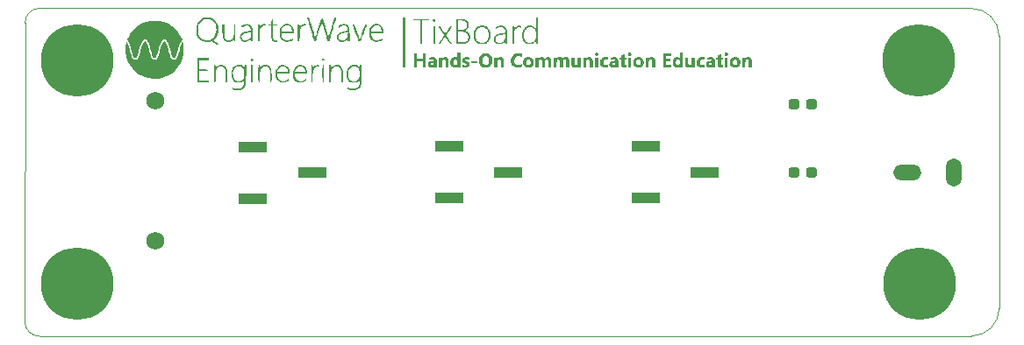
<source format=gts>
%TF.GenerationSoftware,KiCad,Pcbnew,(6.0.2)*%
%TF.CreationDate,2022-05-28T13:28:15-07:00*%
%TF.ProjectId,TxBoard,5478426f-6172-4642-9e6b-696361645f70,4*%
%TF.SameCoordinates,Original*%
%TF.FileFunction,Soldermask,Top*%
%TF.FilePolarity,Negative*%
%FSLAX46Y46*%
G04 Gerber Fmt 4.6, Leading zero omitted, Abs format (unit mm)*
G04 Created by KiCad (PCBNEW (6.0.2)) date 2022-05-28 13:28:15*
%MOMM*%
%LPD*%
G01*
G04 APERTURE LIST*
G04 Aperture macros list*
%AMRoundRect*
0 Rectangle with rounded corners*
0 $1 Rounding radius*
0 $2 $3 $4 $5 $6 $7 $8 $9 X,Y pos of 4 corners*
0 Add a 4 corners polygon primitive as box body*
4,1,4,$2,$3,$4,$5,$6,$7,$8,$9,$2,$3,0*
0 Add four circle primitives for the rounded corners*
1,1,$1+$1,$2,$3*
1,1,$1+$1,$4,$5*
1,1,$1+$1,$6,$7*
1,1,$1+$1,$8,$9*
0 Add four rect primitives between the rounded corners*
20,1,$1+$1,$2,$3,$4,$5,0*
20,1,$1+$1,$4,$5,$6,$7,0*
20,1,$1+$1,$6,$7,$8,$9,0*
20,1,$1+$1,$8,$9,$2,$3,0*%
G04 Aperture macros list end*
%TA.AperFunction,Profile*%
%ADD10C,0.100000*%
%TD*%
%ADD11C,7.000000*%
%ADD12R,2.700000X1.000000*%
%ADD13RoundRect,0.237500X0.287500X0.237500X-0.287500X0.237500X-0.287500X-0.237500X0.287500X-0.237500X0*%
%ADD14O,2.717800X1.501800*%
%ADD15O,1.501800X2.717800*%
%ADD16C,1.755000*%
G04 APERTURE END LIST*
D10*
X104389949Y-113010051D02*
X194300000Y-113000000D01*
X103000000Y-82700000D02*
X102989949Y-111610051D01*
X197000000Y-110300000D02*
X197000000Y-84000000D01*
X197000000Y-84000000D02*
G75*
G03*
X194300000Y-81300000I-2700001J-1D01*
G01*
X102989949Y-111610051D02*
G75*
G03*
X104389949Y-113010051I1400002J2D01*
G01*
X104400000Y-81300000D02*
G75*
G03*
X103000000Y-82700000I2J-1400002D01*
G01*
X194300000Y-81300000D02*
X104400000Y-81300000D01*
X194300000Y-113000000D02*
G75*
G03*
X197000000Y-110300000I-1J2700001D01*
G01*
%TO.C,G\u002A\u002A\u002A*%
G36*
X124949873Y-86146948D02*
G01*
X125012308Y-86201481D01*
X125026676Y-86287482D01*
X125021999Y-86306510D01*
X124971278Y-86363997D01*
X124889648Y-86386883D01*
X124814630Y-86365928D01*
X124807207Y-86359390D01*
X124779769Y-86288052D01*
X124797392Y-86205144D01*
X124850838Y-86148188D01*
X124860087Y-86144598D01*
X124949873Y-86146948D01*
G37*
G36*
X126928744Y-82391497D02*
G01*
X126939505Y-82445218D01*
X126942119Y-82553608D01*
X126942173Y-82596929D01*
X126942173Y-82833646D01*
X127161770Y-82833646D01*
X127284419Y-82836316D01*
X127350692Y-82848049D01*
X127377329Y-82874423D01*
X127381366Y-82906844D01*
X127373354Y-82947728D01*
X127338156Y-82969819D01*
X127259033Y-82978698D01*
X127161770Y-82980043D01*
X126942173Y-82980043D01*
X126942173Y-83620533D01*
X126942746Y-83853284D01*
X126945238Y-84024141D01*
X126950808Y-84144404D01*
X126960614Y-84225374D01*
X126975817Y-84278353D01*
X126997574Y-84314641D01*
X127015372Y-84334222D01*
X127094868Y-84393185D01*
X127181578Y-84402388D01*
X127287485Y-84371727D01*
X127355291Y-84353275D01*
X127379249Y-84377090D01*
X127381366Y-84409233D01*
X127349419Y-84482799D01*
X127265471Y-84529803D01*
X127147362Y-84545598D01*
X127012932Y-84525540D01*
X126978336Y-84514184D01*
X126912448Y-84484270D01*
X126862500Y-84442927D01*
X126826061Y-84380262D01*
X126800699Y-84286384D01*
X126783983Y-84151400D01*
X126773480Y-83965417D01*
X126766760Y-83718545D01*
X126765419Y-83647983D01*
X126753363Y-82980043D01*
X126609872Y-82980043D01*
X126515258Y-82973636D01*
X126473965Y-82947867D01*
X126466381Y-82906844D01*
X126478834Y-82858720D01*
X126529012Y-82837617D01*
X126610952Y-82833646D01*
X126755523Y-82833646D01*
X126766500Y-82627228D01*
X126777297Y-82505099D01*
X126798449Y-82436038D01*
X126837874Y-82399952D01*
X126859825Y-82390511D01*
X126904098Y-82378058D01*
X126928744Y-82391497D01*
G37*
G36*
X123822363Y-83784102D02*
G01*
X123949325Y-83660416D01*
X123957166Y-83655179D01*
X124034097Y-83621625D01*
X124159609Y-83584121D01*
X124309889Y-83549536D01*
X124350100Y-83541865D01*
X124501961Y-83514088D01*
X124634836Y-83489539D01*
X124725387Y-83472537D01*
X124739669Y-83469777D01*
X124796254Y-83449018D01*
X124810160Y-83402189D01*
X124799310Y-83335535D01*
X124745738Y-83163889D01*
X124667114Y-83051111D01*
X124553971Y-82984550D01*
X124531091Y-82977061D01*
X124351300Y-82960282D01*
X124160222Y-83009934D01*
X124008570Y-83094922D01*
X123924359Y-83148705D01*
X123882558Y-83153748D01*
X123868747Y-83107442D01*
X123867822Y-83069484D01*
X123901404Y-82987581D01*
X123991173Y-82917997D01*
X124120665Y-82864120D01*
X124273416Y-82829340D01*
X124432959Y-82817045D01*
X124582832Y-82830624D01*
X124706569Y-82873467D01*
X124734259Y-82891146D01*
X124811262Y-82954612D01*
X124869249Y-83024321D01*
X124910842Y-83111338D01*
X124938666Y-83226726D01*
X124955342Y-83381550D01*
X124963493Y-83586872D01*
X124965743Y-83853756D01*
X124965748Y-83867579D01*
X124965413Y-84099925D01*
X124963610Y-84269080D01*
X124959213Y-84385050D01*
X124951095Y-84457842D01*
X124938130Y-84497463D01*
X124919190Y-84513920D01*
X124893149Y-84517219D01*
X124892606Y-84517219D01*
X124845787Y-84505681D01*
X124824232Y-84458461D01*
X124819001Y-84361672D01*
X124818595Y-84206124D01*
X124728168Y-84320832D01*
X124607829Y-84427598D01*
X124448657Y-84509710D01*
X124284527Y-84550982D01*
X124242225Y-84553015D01*
X124145482Y-84537208D01*
X124026924Y-84498793D01*
X123993143Y-84484459D01*
X123853854Y-84385987D01*
X123766447Y-84250958D01*
X123731608Y-84095130D01*
X123738313Y-84036536D01*
X123904421Y-84036536D01*
X123933346Y-84191036D01*
X124012596Y-84313149D01*
X124100484Y-84372788D01*
X124213993Y-84392412D01*
X124355941Y-84380005D01*
X124491509Y-84340363D01*
X124546843Y-84311291D01*
X124669380Y-84190845D01*
X124759538Y-84019538D01*
X124807545Y-83816133D01*
X124808259Y-83809467D01*
X124828559Y-83612784D01*
X124503738Y-83661617D01*
X124356832Y-83683398D01*
X124238542Y-83700365D01*
X124166710Y-83709984D01*
X124154275Y-83711241D01*
X124113098Y-83733268D01*
X124040862Y-83787161D01*
X124017028Y-83806784D01*
X123936457Y-83893740D01*
X123906347Y-83990824D01*
X123904421Y-84036536D01*
X123738313Y-84036536D01*
X123750018Y-83934259D01*
X123822363Y-83784102D01*
G37*
G36*
X133111182Y-83916772D02*
G01*
X133176195Y-83779889D01*
X133292064Y-83674060D01*
X133464936Y-83594422D01*
X133700958Y-83536112D01*
X133813719Y-83517773D01*
X134133960Y-83471404D01*
X134130616Y-83314709D01*
X134097809Y-83157650D01*
X134013715Y-83043903D01*
X133888456Y-82976942D01*
X133732150Y-82960240D01*
X133554920Y-82997269D01*
X133407281Y-83066496D01*
X133237274Y-83166126D01*
X133237274Y-83057812D01*
X133245720Y-82989469D01*
X133282827Y-82942891D01*
X133366247Y-82900269D01*
X133411121Y-82882422D01*
X133583090Y-82835801D01*
X133766534Y-82817947D01*
X133936948Y-82828915D01*
X134069829Y-82868756D01*
X134090868Y-82880925D01*
X134164592Y-82936218D01*
X134220706Y-82999875D01*
X134261816Y-83082496D01*
X134290531Y-83194682D01*
X134309457Y-83347033D01*
X134321200Y-83550151D01*
X134328368Y-83814635D01*
X134329014Y-83849280D01*
X134341070Y-84517219D01*
X134246665Y-84517219D01*
X134184155Y-84508797D01*
X134157643Y-84469331D01*
X134152260Y-84381942D01*
X134152260Y-84246664D01*
X134030939Y-84364253D01*
X133858431Y-84486492D01*
X133666457Y-84544855D01*
X133469125Y-84536439D01*
X133362268Y-84501796D01*
X133212295Y-84400691D01*
X133120159Y-84256868D01*
X133093644Y-84105387D01*
X133249976Y-84105387D01*
X133297588Y-84229260D01*
X133390232Y-84323689D01*
X133514586Y-84381381D01*
X133657329Y-84395044D01*
X133805139Y-84357384D01*
X133892944Y-84305466D01*
X134029317Y-84175740D01*
X134109537Y-84023547D01*
X134144748Y-83827705D01*
X134144818Y-83826737D01*
X134160419Y-83611065D01*
X133837330Y-83662802D01*
X133611248Y-83707571D01*
X133448733Y-83761539D01*
X133340276Y-83829595D01*
X133276371Y-83916628D01*
X133260717Y-83959363D01*
X133249976Y-84105387D01*
X133093644Y-84105387D01*
X133090876Y-84089572D01*
X133111182Y-83916772D01*
G37*
G36*
X116495779Y-84514701D02*
G01*
X116551073Y-84566526D01*
X116607115Y-84661120D01*
X116667000Y-84805207D01*
X116733821Y-85005509D01*
X116810674Y-85268750D01*
X116838014Y-85367825D01*
X116915661Y-85641449D01*
X116983226Y-85852403D01*
X117044907Y-86009811D01*
X117104901Y-86122796D01*
X117167404Y-86200481D01*
X117236613Y-86251989D01*
X117247444Y-86257821D01*
X117342123Y-86294703D01*
X117424757Y-86287780D01*
X117468080Y-86271855D01*
X117549496Y-86220330D01*
X117624599Y-86131742D01*
X117697131Y-85998427D01*
X117770835Y-85812720D01*
X117849454Y-85566959D01*
X117901237Y-85384966D01*
X117984246Y-85090883D01*
X118053008Y-84864671D01*
X118108817Y-84702669D01*
X118152972Y-84601219D01*
X118186770Y-84556661D01*
X118195852Y-84553819D01*
X118225759Y-84588343D01*
X118253238Y-84683619D01*
X118276516Y-84827205D01*
X118293822Y-85006656D01*
X118303385Y-85209530D01*
X118304709Y-85318353D01*
X118270184Y-85771135D01*
X118169422Y-86200175D01*
X118006641Y-86600026D01*
X117786062Y-86965241D01*
X117511904Y-87290372D01*
X117188387Y-87569972D01*
X116819730Y-87798594D01*
X116410152Y-87970790D01*
X116203538Y-88030978D01*
X115927332Y-88080059D01*
X115612874Y-88102516D01*
X115288772Y-88098386D01*
X114983636Y-88067708D01*
X114791165Y-88029055D01*
X114365476Y-87883155D01*
X113978630Y-87678277D01*
X113634887Y-87419954D01*
X113338507Y-87113722D01*
X113093750Y-86765115D01*
X112904873Y-86379668D01*
X112776139Y-85962916D01*
X112711805Y-85520394D01*
X112704998Y-85318353D01*
X112709913Y-85108308D01*
X112723479Y-84915319D01*
X112743923Y-84751829D01*
X112769474Y-84630282D01*
X112798360Y-84563121D01*
X112813855Y-84553819D01*
X112844858Y-84580986D01*
X112885985Y-84664815D01*
X112938478Y-84808797D01*
X113003577Y-85016424D01*
X113082522Y-85291187D01*
X113106030Y-85376094D01*
X113183938Y-85648435D01*
X113251753Y-85858150D01*
X113313713Y-86014395D01*
X113374058Y-86126325D01*
X113437027Y-86203096D01*
X113506859Y-86253864D01*
X113514302Y-86257821D01*
X113608982Y-86294703D01*
X113691616Y-86287780D01*
X113734939Y-86271855D01*
X113815996Y-86220693D01*
X113890672Y-86132909D01*
X113962691Y-86000828D01*
X114035779Y-85816773D01*
X114113659Y-85573067D01*
X114169253Y-85376698D01*
X114250251Y-85090583D01*
X114320071Y-84869524D01*
X114381801Y-84706781D01*
X114438532Y-84595615D01*
X114493351Y-84529288D01*
X114549347Y-84501059D01*
X114571568Y-84498919D01*
X114629208Y-84514701D01*
X114684502Y-84566526D01*
X114740544Y-84661120D01*
X114800429Y-84805207D01*
X114867251Y-85005509D01*
X114944104Y-85268750D01*
X114971443Y-85367825D01*
X115049090Y-85641449D01*
X115116656Y-85852403D01*
X115178337Y-86009811D01*
X115238330Y-86122796D01*
X115300833Y-86200481D01*
X115370043Y-86251989D01*
X115380873Y-86257821D01*
X115475552Y-86294703D01*
X115558187Y-86287780D01*
X115601509Y-86271855D01*
X115682567Y-86220693D01*
X115757243Y-86132909D01*
X115829262Y-86000828D01*
X115902349Y-85816773D01*
X115980229Y-85573067D01*
X116035823Y-85376698D01*
X116116821Y-85090583D01*
X116186641Y-84869524D01*
X116248372Y-84706781D01*
X116305102Y-84595615D01*
X116359921Y-84529288D01*
X116415917Y-84501059D01*
X116438139Y-84498919D01*
X116495779Y-84514701D01*
G37*
G36*
X119547120Y-83033914D02*
G01*
X119599148Y-82825754D01*
X119620599Y-82770437D01*
X119727952Y-82590143D01*
X119880606Y-82418655D01*
X120055011Y-82279801D01*
X120164340Y-82220287D01*
X120322337Y-82176843D01*
X120520652Y-82157976D01*
X120730805Y-82163268D01*
X120924315Y-82192300D01*
X121050077Y-82233287D01*
X121272210Y-82375407D01*
X121453153Y-82576406D01*
X121557989Y-82760224D01*
X121602995Y-82867495D01*
X121630966Y-82968588D01*
X121645729Y-83086731D01*
X121651111Y-83245151D01*
X121651495Y-83327738D01*
X121649081Y-83507379D01*
X121639080Y-83637793D01*
X121617348Y-83742869D01*
X121579743Y-83846498D01*
X121549964Y-83913329D01*
X121473881Y-84054294D01*
X121383350Y-84189175D01*
X121320563Y-84264293D01*
X121192692Y-84395661D01*
X121450574Y-84591713D01*
X121565248Y-84680061D01*
X121653711Y-84750437D01*
X121702760Y-84792236D01*
X121708456Y-84798890D01*
X121676004Y-84805944D01*
X121595218Y-84809781D01*
X121566263Y-84810015D01*
X121472294Y-84799523D01*
X121381306Y-84760791D01*
X121270568Y-84682935D01*
X121226377Y-84647263D01*
X121028684Y-84484511D01*
X120787053Y-84525901D01*
X120501449Y-84542183D01*
X120236996Y-84493962D01*
X120001809Y-84386441D01*
X119804002Y-84224827D01*
X119651692Y-84014325D01*
X119552993Y-83760141D01*
X119545735Y-83729636D01*
X119518128Y-83515127D01*
X119519120Y-83319314D01*
X119700457Y-83319314D01*
X119702933Y-83454128D01*
X119746912Y-83729387D01*
X119842010Y-83964317D01*
X119983887Y-84152149D01*
X120168200Y-84286119D01*
X120262778Y-84326662D01*
X120412753Y-84357718D01*
X120597408Y-84366135D01*
X120781722Y-84351632D01*
X120878409Y-84331582D01*
X121072975Y-84241045D01*
X121234198Y-84091484D01*
X121356886Y-83891445D01*
X121435850Y-83649471D01*
X121465897Y-83374107D01*
X121465997Y-83364337D01*
X121455041Y-83109622D01*
X121414816Y-82907155D01*
X121340306Y-82740123D01*
X121239844Y-82606254D01*
X121058032Y-82447801D01*
X120852524Y-82354919D01*
X120611100Y-82322225D01*
X120594579Y-82322057D01*
X120345065Y-82353523D01*
X120129974Y-82446217D01*
X119953637Y-82594642D01*
X119820385Y-82793298D01*
X119734548Y-83036688D01*
X119700457Y-83319314D01*
X119519120Y-83319314D01*
X119519352Y-83273463D01*
X119547120Y-83033914D01*
G37*
G36*
X133027419Y-82182438D02*
G01*
X133042829Y-82216929D01*
X133032486Y-82257205D01*
X133015727Y-82312030D01*
X132981106Y-82427722D01*
X132931400Y-82594921D01*
X132869383Y-82804263D01*
X132797833Y-83046387D01*
X132719525Y-83311931D01*
X132687924Y-83419236D01*
X132596899Y-83726809D01*
X132523219Y-83971105D01*
X132464297Y-84159279D01*
X132417549Y-84298487D01*
X132380387Y-84395885D01*
X132350227Y-84458628D01*
X132324481Y-84493872D01*
X132300565Y-84508774D01*
X132293627Y-84510308D01*
X132234553Y-84501160D01*
X132195816Y-84440891D01*
X132182874Y-84400510D01*
X132124059Y-84195448D01*
X132058064Y-83969975D01*
X131988179Y-83734849D01*
X131917697Y-83500827D01*
X131849910Y-83278665D01*
X131788109Y-83079120D01*
X131735587Y-82912949D01*
X131695635Y-82790910D01*
X131671545Y-82723758D01*
X131666894Y-82714450D01*
X131649544Y-82740314D01*
X131613873Y-82827375D01*
X131562992Y-82966837D01*
X131500008Y-83149904D01*
X131428030Y-83367780D01*
X131353211Y-83601986D01*
X131262646Y-83887304D01*
X131189964Y-84109398D01*
X131132460Y-84275288D01*
X131087429Y-84391995D01*
X131052167Y-84466538D01*
X131023969Y-84505938D01*
X131000604Y-84517219D01*
X130936800Y-84503687D01*
X130919535Y-84489770D01*
X130905544Y-84449488D01*
X130873873Y-84349418D01*
X130827650Y-84199949D01*
X130770001Y-84011473D01*
X130704053Y-83794380D01*
X130632931Y-83559062D01*
X130559763Y-83315910D01*
X130487675Y-83075313D01*
X130419794Y-82847663D01*
X130359245Y-82643351D01*
X130309155Y-82472767D01*
X130272651Y-82346303D01*
X130252859Y-82274349D01*
X130252426Y-82272621D01*
X130240632Y-82200261D01*
X130267991Y-82177413D01*
X130328601Y-82181122D01*
X130358922Y-82186437D01*
X130385269Y-82199687D01*
X130410630Y-82228637D01*
X130437994Y-82281050D01*
X130470350Y-82364688D01*
X130510687Y-82487315D01*
X130561991Y-82656694D01*
X130627253Y-82880588D01*
X130709459Y-83166761D01*
X130713637Y-83181340D01*
X130787252Y-83433750D01*
X130855295Y-83658541D01*
X130915062Y-83847443D01*
X130963844Y-83992190D01*
X130998937Y-84084512D01*
X131017634Y-84116141D01*
X131019102Y-84114625D01*
X131035509Y-84066079D01*
X131070341Y-83957355D01*
X131120524Y-83798248D01*
X131182982Y-83598551D01*
X131254640Y-83368057D01*
X131329375Y-83126441D01*
X131423694Y-82826524D01*
X131505308Y-82578830D01*
X131572722Y-82387524D01*
X131624440Y-82256771D01*
X131658968Y-82190736D01*
X131667877Y-82183322D01*
X131690345Y-82202134D01*
X131722600Y-82268665D01*
X131766189Y-82387493D01*
X131822659Y-82563200D01*
X131893555Y-82800362D01*
X131980425Y-83103561D01*
X131989266Y-83134907D01*
X132061354Y-83388771D01*
X132127949Y-83619497D01*
X132186257Y-83817697D01*
X132233480Y-83973983D01*
X132266822Y-84078968D01*
X132283487Y-84123265D01*
X132283818Y-84123702D01*
X132299227Y-84097127D01*
X132330997Y-84008491D01*
X132376466Y-83866413D01*
X132432974Y-83679517D01*
X132497860Y-83456425D01*
X132568463Y-83205757D01*
X132580241Y-83163201D01*
X132852980Y-82175324D01*
X132956095Y-82175090D01*
X133027419Y-82182438D01*
G37*
G36*
X131348960Y-86774167D02*
G01*
X131400317Y-86836949D01*
X131407303Y-86883085D01*
X131399541Y-86944889D01*
X131363011Y-86946838D01*
X131331958Y-86931632D01*
X131212381Y-86905123D01*
X131087804Y-86940468D01*
X130969883Y-87028244D01*
X130870269Y-87159027D01*
X130800619Y-87323392D01*
X130788764Y-87370890D01*
X130772797Y-87482948D01*
X130759827Y-87645553D01*
X130751271Y-87836071D01*
X130748513Y-88014266D01*
X130747842Y-88203690D01*
X130744552Y-88331833D01*
X130736729Y-88410609D01*
X130722459Y-88451930D01*
X130699830Y-88467712D01*
X130675315Y-88469957D01*
X130651921Y-88467364D01*
X130634128Y-88453719D01*
X130621170Y-88420223D01*
X130612281Y-88358074D01*
X130606696Y-88258475D01*
X130603651Y-88112624D01*
X130602379Y-87911722D01*
X130602116Y-87646969D01*
X130602116Y-87628170D01*
X130602341Y-87359150D01*
X130603528Y-87154529D01*
X130606440Y-87005507D01*
X130611845Y-86903284D01*
X130620505Y-86839060D01*
X130633188Y-86804036D01*
X130650658Y-86789412D01*
X130673680Y-86786388D01*
X130675315Y-86786383D01*
X130722114Y-86797895D01*
X130743618Y-86845039D01*
X130748755Y-86941931D01*
X130748996Y-87097478D01*
X130821255Y-86987680D01*
X130914014Y-86883383D01*
X131027836Y-86807264D01*
X131148048Y-86761943D01*
X131259980Y-86750038D01*
X131348960Y-86774167D01*
G37*
G36*
X126483397Y-86807472D02*
G01*
X126577313Y-86860390D01*
X126650649Y-86924046D01*
X126706123Y-87003641D01*
X126746013Y-87109473D01*
X126772596Y-87251838D01*
X126788147Y-87441035D01*
X126794944Y-87687361D01*
X126795776Y-87848507D01*
X126795391Y-88075046D01*
X126793434Y-88238616D01*
X126788701Y-88349445D01*
X126779986Y-88417763D01*
X126766084Y-88453796D01*
X126745790Y-88467775D01*
X126722577Y-88469957D01*
X126694085Y-88466273D01*
X126674133Y-88447863D01*
X126661206Y-88403692D01*
X126653786Y-88322726D01*
X126650359Y-88193928D01*
X126649407Y-88006264D01*
X126649378Y-87937172D01*
X126643982Y-87628731D01*
X126625819Y-87385929D01*
X126591923Y-87201864D01*
X126539328Y-87069638D01*
X126465070Y-86982348D01*
X126366183Y-86933094D01*
X126239702Y-86914976D01*
X126209920Y-86914481D01*
X126027896Y-86942773D01*
X125879923Y-87031334D01*
X125756923Y-87185688D01*
X125752692Y-87192803D01*
X125724058Y-87250196D01*
X125703205Y-87318869D01*
X125688532Y-87411934D01*
X125678438Y-87542501D01*
X125671321Y-87723681D01*
X125667128Y-87893516D01*
X125661919Y-88110862D01*
X125656106Y-88265577D01*
X125648180Y-88368224D01*
X125636632Y-88429363D01*
X125619954Y-88459559D01*
X125596635Y-88469372D01*
X125584779Y-88469957D01*
X125562398Y-88466714D01*
X125545372Y-88451132D01*
X125532972Y-88414428D01*
X125524467Y-88347821D01*
X125519127Y-88242529D01*
X125516222Y-88089770D01*
X125515022Y-87880763D01*
X125514796Y-87628170D01*
X125515021Y-87359150D01*
X125516208Y-87154529D01*
X125519120Y-87005507D01*
X125524525Y-86903284D01*
X125533186Y-86839060D01*
X125545868Y-86804036D01*
X125563338Y-86789412D01*
X125586360Y-86786388D01*
X125587995Y-86786383D01*
X125635723Y-86798541D01*
X125656929Y-86847781D01*
X125661193Y-86934055D01*
X125661193Y-87081726D01*
X125774335Y-86952865D01*
X125922758Y-86835752D01*
X126104145Y-86770901D01*
X126297891Y-86760683D01*
X126483397Y-86807472D01*
G37*
G36*
X115964886Y-82538240D02*
G01*
X116399344Y-82638204D01*
X116803278Y-82801142D01*
X117171745Y-83024049D01*
X117499796Y-83303925D01*
X117782485Y-83637765D01*
X118014865Y-84022567D01*
X118018703Y-84030235D01*
X118168255Y-84330139D01*
X118072485Y-84443954D01*
X118009094Y-84548385D01*
X117935609Y-84721635D01*
X117853252Y-84960205D01*
X117763244Y-85260595D01*
X117679442Y-85570348D01*
X117604120Y-85812859D01*
X117524112Y-85982445D01*
X117441077Y-86079108D01*
X117356673Y-86102848D01*
X117272559Y-86053664D01*
X117190392Y-85931557D01*
X117111831Y-85736526D01*
X117063406Y-85570348D01*
X116973944Y-85237293D01*
X116894913Y-84969391D01*
X116823779Y-84759756D01*
X116758006Y-84601501D01*
X116695060Y-84487737D01*
X116639454Y-84418419D01*
X116526540Y-84327901D01*
X116425492Y-84303832D01*
X116320366Y-84344952D01*
X116262400Y-84388630D01*
X116195664Y-84459263D01*
X116132993Y-84559362D01*
X116070754Y-84697876D01*
X116005316Y-84883756D01*
X115933047Y-85125951D01*
X115871960Y-85350761D01*
X115804892Y-85596055D01*
X115748462Y-85780121D01*
X115698539Y-85913428D01*
X115650997Y-86006442D01*
X115601705Y-86069632D01*
X115580932Y-86088605D01*
X115500209Y-86118905D01*
X115419412Y-86077932D01*
X115339945Y-85967598D01*
X115263214Y-85789813D01*
X115195095Y-85563898D01*
X115105570Y-85230686D01*
X115026304Y-84962750D01*
X114954790Y-84753289D01*
X114888521Y-84595503D01*
X114824990Y-84482591D01*
X114772884Y-84418419D01*
X114659969Y-84327901D01*
X114558921Y-84303832D01*
X114453795Y-84344952D01*
X114395829Y-84388630D01*
X114329177Y-84459148D01*
X114266588Y-84559043D01*
X114204432Y-84697264D01*
X114139079Y-84882762D01*
X114066899Y-85124485D01*
X114005061Y-85351994D01*
X113944409Y-85576989D01*
X113895779Y-85743394D01*
X113854416Y-85863870D01*
X113815563Y-85951077D01*
X113774462Y-86017674D01*
X113737706Y-86063545D01*
X113660993Y-86120991D01*
X113586102Y-86107056D01*
X113535553Y-86062205D01*
X113471022Y-85968070D01*
X113408674Y-85827122D01*
X113344906Y-85630026D01*
X113291753Y-85430872D01*
X113206525Y-85113750D01*
X113122736Y-84846809D01*
X113042695Y-84636444D01*
X112968706Y-84489047D01*
X112934496Y-84440714D01*
X112841452Y-84330139D01*
X112991004Y-84030235D01*
X113222396Y-83644507D01*
X113504189Y-83309686D01*
X113831437Y-83028773D01*
X114199192Y-82804772D01*
X114602509Y-82640684D01*
X115036440Y-82539514D01*
X115496040Y-82504263D01*
X115504853Y-82504251D01*
X115964886Y-82538240D01*
G37*
G36*
X120720271Y-86310591D02*
G01*
X119805286Y-86310591D01*
X119805286Y-87225576D01*
X120226179Y-87225576D01*
X120407020Y-87226353D01*
X120527051Y-87230118D01*
X120598656Y-87239024D01*
X120634218Y-87255227D01*
X120646121Y-87280880D01*
X120647072Y-87298775D01*
X120642609Y-87330226D01*
X120620961Y-87351101D01*
X120569747Y-87363554D01*
X120476581Y-87369739D01*
X120329080Y-87371809D01*
X120226179Y-87371974D01*
X119805286Y-87371974D01*
X119805286Y-88286960D01*
X120756871Y-88286960D01*
X120756871Y-88469957D01*
X119622289Y-88469957D01*
X119622289Y-86127594D01*
X120720271Y-86127594D01*
X120720271Y-86310591D01*
G37*
G36*
X131796690Y-86788976D02*
G01*
X131814483Y-86802621D01*
X131827442Y-86836118D01*
X131836331Y-86898266D01*
X131841915Y-86997866D01*
X131844961Y-87143717D01*
X131846233Y-87344619D01*
X131846496Y-87609371D01*
X131846496Y-87628170D01*
X131846271Y-87897190D01*
X131845084Y-88101811D01*
X131842171Y-88250833D01*
X131836767Y-88353056D01*
X131828106Y-88417280D01*
X131815424Y-88452304D01*
X131797954Y-88466928D01*
X131774932Y-88469952D01*
X131773297Y-88469957D01*
X131749904Y-88467364D01*
X131732111Y-88453719D01*
X131719153Y-88420223D01*
X131710264Y-88358074D01*
X131704679Y-88258475D01*
X131701633Y-88112624D01*
X131700362Y-87911722D01*
X131700099Y-87646969D01*
X131700098Y-87628170D01*
X131700324Y-87359150D01*
X131701510Y-87154529D01*
X131704423Y-87005507D01*
X131709827Y-86903284D01*
X131718488Y-86839060D01*
X131731171Y-86804036D01*
X131748641Y-86789412D01*
X131771663Y-86786388D01*
X131773297Y-86786383D01*
X131796690Y-86788976D01*
G37*
G36*
X136264062Y-83283614D02*
G01*
X136352536Y-83130202D01*
X136432741Y-83037146D01*
X136615941Y-82889469D01*
X136810740Y-82813151D01*
X137014141Y-82808784D01*
X137223149Y-82876965D01*
X137228006Y-82879395D01*
X137382462Y-82997498D01*
X137496659Y-83172932D01*
X137567149Y-83399755D01*
X137580425Y-83486497D01*
X137602802Y-83675432D01*
X136375512Y-83675432D01*
X136393357Y-83861156D01*
X136443789Y-84063817D01*
X136545459Y-84221757D01*
X136688350Y-84330326D01*
X136862444Y-84384873D01*
X137057723Y-84380748D01*
X137264169Y-84313302D01*
X137312851Y-84287968D01*
X137487421Y-84190399D01*
X137475964Y-84289760D01*
X137431720Y-84376986D01*
X137331336Y-84449860D01*
X137191168Y-84504145D01*
X137027574Y-84535604D01*
X136856908Y-84540002D01*
X136695529Y-84513102D01*
X136659320Y-84501272D01*
X136477011Y-84397544D01*
X136338387Y-84238368D01*
X136246517Y-84029193D01*
X136204470Y-83775470D01*
X136202032Y-83689486D01*
X136212212Y-83529035D01*
X136376889Y-83529035D01*
X136893249Y-83529035D01*
X137096676Y-83528632D01*
X137238150Y-83526263D01*
X137328915Y-83520186D01*
X137380215Y-83508661D01*
X137403295Y-83489948D01*
X137409400Y-83462304D01*
X137409608Y-83449091D01*
X137393944Y-83367928D01*
X137354546Y-83258251D01*
X137334792Y-83214598D01*
X137231708Y-83069298D01*
X137100216Y-82982341D01*
X136952251Y-82950991D01*
X136799751Y-82972513D01*
X136654651Y-83044173D01*
X136528889Y-83163236D01*
X136434399Y-83326966D01*
X136401700Y-83428386D01*
X136376889Y-83529035D01*
X136212212Y-83529035D01*
X136216405Y-83462941D01*
X136264062Y-83283614D01*
G37*
G36*
X125002404Y-88469957D02*
G01*
X124819407Y-88469957D01*
X124819407Y-86786383D01*
X125002404Y-86786383D01*
X125002404Y-88469957D01*
G37*
G36*
X127626598Y-83283614D02*
G01*
X127715072Y-83130202D01*
X127795277Y-83037146D01*
X127978477Y-82889469D01*
X128173276Y-82813151D01*
X128376677Y-82808784D01*
X128585685Y-82876965D01*
X128590542Y-82879395D01*
X128744998Y-82997498D01*
X128859195Y-83172932D01*
X128929685Y-83399755D01*
X128942961Y-83486497D01*
X128965338Y-83675432D01*
X127738048Y-83675432D01*
X127755893Y-83861156D01*
X127806325Y-84063817D01*
X127907995Y-84221757D01*
X128050886Y-84330326D01*
X128224980Y-84384873D01*
X128420259Y-84380748D01*
X128626705Y-84313302D01*
X128675387Y-84287968D01*
X128849957Y-84190399D01*
X128838500Y-84289760D01*
X128794256Y-84376986D01*
X128693872Y-84449860D01*
X128553704Y-84504145D01*
X128390110Y-84535604D01*
X128219444Y-84540002D01*
X128058065Y-84513102D01*
X128021856Y-84501272D01*
X127839547Y-84397544D01*
X127700923Y-84238368D01*
X127609053Y-84029193D01*
X127567006Y-83775470D01*
X127564568Y-83689486D01*
X127574748Y-83529035D01*
X127739425Y-83529035D01*
X128255785Y-83529035D01*
X128459212Y-83528632D01*
X128600686Y-83526263D01*
X128691451Y-83520186D01*
X128742751Y-83508661D01*
X128765831Y-83489948D01*
X128771936Y-83462304D01*
X128772144Y-83449091D01*
X128756480Y-83367928D01*
X128717082Y-83258251D01*
X128697328Y-83214598D01*
X128594244Y-83069298D01*
X128462752Y-82982341D01*
X128314787Y-82950991D01*
X128162287Y-82972513D01*
X128017188Y-83044173D01*
X127891425Y-83163236D01*
X127796935Y-83326966D01*
X127764236Y-83428386D01*
X127739425Y-83529035D01*
X127574748Y-83529035D01*
X127578942Y-83462941D01*
X127626598Y-83283614D01*
G37*
G36*
X134044768Y-87368992D02*
G01*
X134078181Y-87267823D01*
X134134281Y-87156323D01*
X134274156Y-86962583D01*
X134446669Y-86833461D01*
X134655281Y-86766441D01*
X134675012Y-86763497D01*
X134840446Y-86763243D01*
X135006014Y-86800181D01*
X135146884Y-86866262D01*
X135232004Y-86943975D01*
X135269540Y-86992865D01*
X135284260Y-86984470D01*
X135286840Y-86911071D01*
X135286842Y-86904325D01*
X135294988Y-86822319D01*
X135331305Y-86790580D01*
X135381526Y-86786383D01*
X135476210Y-86786383D01*
X135463875Y-87728819D01*
X135459820Y-88017292D01*
X135455540Y-88242536D01*
X135450156Y-88414517D01*
X135442793Y-88543202D01*
X135432574Y-88638558D01*
X135418624Y-88710551D01*
X135400065Y-88769147D01*
X135376021Y-88824315D01*
X135365675Y-88845618D01*
X135245495Y-89017590D01*
X135078690Y-89136636D01*
X134861669Y-89204887D01*
X134732965Y-89220648D01*
X134606116Y-89227415D01*
X134507754Y-89228367D01*
X134463355Y-89224112D01*
X134407905Y-89206015D01*
X134312162Y-89176354D01*
X134271208Y-89163931D01*
X134171054Y-89126118D01*
X134125301Y-89082599D01*
X134115660Y-89028340D01*
X134130315Y-88964027D01*
X134161410Y-88958815D01*
X134431119Y-89046376D01*
X134672619Y-89074223D01*
X134881028Y-89044743D01*
X135051459Y-88960320D01*
X135179028Y-88823341D01*
X135258852Y-88636191D01*
X135286038Y-88409524D01*
X135286842Y-88220992D01*
X135173727Y-88326657D01*
X135007648Y-88434789D01*
X134807443Y-88490830D01*
X134605886Y-88489590D01*
X134398583Y-88425749D01*
X134235021Y-88304588D01*
X134117077Y-88128829D01*
X134046625Y-87901195D01*
X134025367Y-87646470D01*
X134028211Y-87530016D01*
X134190732Y-87530016D01*
X134192254Y-87741924D01*
X134231631Y-87944108D01*
X134305564Y-88113263D01*
X134349477Y-88172678D01*
X134491707Y-88283961D01*
X134660345Y-88340514D01*
X134835474Y-88339804D01*
X134997176Y-88279301D01*
X135027477Y-88258825D01*
X135147100Y-88153267D01*
X135225185Y-88036131D01*
X135269029Y-87889468D01*
X135285931Y-87695329D01*
X135286842Y-87620940D01*
X135279167Y-87409304D01*
X135252477Y-87253172D01*
X135201276Y-87136111D01*
X135120067Y-87041684D01*
X135082563Y-87010173D01*
X134925889Y-86928915D01*
X134755907Y-86910303D01*
X134586599Y-86949063D01*
X134431947Y-87039920D01*
X134305932Y-87177599D01*
X134230367Y-87331686D01*
X134190732Y-87530016D01*
X134028211Y-87530016D01*
X134029295Y-87485613D01*
X134044768Y-87368992D01*
G37*
G36*
X135999647Y-82844159D02*
G01*
X136018830Y-82862221D01*
X136005753Y-82902896D01*
X135969046Y-83001661D01*
X135912493Y-83148734D01*
X135839879Y-83334335D01*
X135754991Y-83548683D01*
X135696601Y-83694858D01*
X135590032Y-83958219D01*
X135505520Y-84160363D01*
X135439488Y-84308636D01*
X135388359Y-84410383D01*
X135348554Y-84472950D01*
X135316497Y-84503683D01*
X135299688Y-84509870D01*
X135273390Y-84506659D01*
X135245431Y-84484052D01*
X135212071Y-84434340D01*
X135169569Y-84349815D01*
X135114183Y-84222770D01*
X135042174Y-84045495D01*
X134949801Y-83810282D01*
X134908229Y-83703194D01*
X134819604Y-83473406D01*
X134740543Y-83266419D01*
X134674694Y-83091953D01*
X134625708Y-82959730D01*
X134597236Y-82879468D01*
X134591453Y-82859606D01*
X134622654Y-82839619D01*
X134677250Y-82833646D01*
X134707734Y-82838843D01*
X134737081Y-82860101D01*
X134769442Y-82905913D01*
X134808967Y-82984775D01*
X134859807Y-83105184D01*
X134926114Y-83275634D01*
X135012038Y-83504621D01*
X135034095Y-83563989D01*
X135114233Y-83776484D01*
X135186128Y-83960578D01*
X135245973Y-84107063D01*
X135289964Y-84206729D01*
X135314295Y-84250367D01*
X135317629Y-84250228D01*
X135333922Y-84203781D01*
X135372059Y-84100028D01*
X135427895Y-83950091D01*
X135497286Y-83765094D01*
X135576085Y-83556159D01*
X135589807Y-83519885D01*
X135679372Y-83285071D01*
X135748322Y-83110357D01*
X135801023Y-82987040D01*
X135841844Y-82906416D01*
X135875151Y-82859782D01*
X135905313Y-82838435D01*
X135934163Y-82833646D01*
X135999647Y-82844159D01*
G37*
G36*
X122220848Y-83418496D02*
G01*
X122222806Y-83665989D01*
X122229311Y-83852334D01*
X122241311Y-83989491D01*
X122259754Y-84089423D01*
X122278592Y-84147664D01*
X122365087Y-84282164D01*
X122485957Y-84363810D01*
X122627327Y-84394793D01*
X122775324Y-84377307D01*
X122916073Y-84313542D01*
X123035700Y-84205692D01*
X123120330Y-84055948D01*
X123134326Y-84012464D01*
X123148155Y-83926248D01*
X123159736Y-83784727D01*
X123168036Y-83605785D01*
X123172025Y-83407306D01*
X123172229Y-83355187D01*
X123172835Y-83150340D01*
X123175515Y-83007538D01*
X123181837Y-82915631D01*
X123193370Y-82863467D01*
X123211685Y-82839894D01*
X123238350Y-82833762D01*
X123245632Y-82833646D01*
X123269025Y-82836238D01*
X123286818Y-82849883D01*
X123299776Y-82883380D01*
X123308665Y-82945528D01*
X123314250Y-83045128D01*
X123317295Y-83190979D01*
X123318567Y-83391881D01*
X123318830Y-83656634D01*
X123318830Y-83675432D01*
X123318605Y-83944452D01*
X123317418Y-84149074D01*
X123314506Y-84298096D01*
X123309101Y-84400319D01*
X123300441Y-84464542D01*
X123287758Y-84499566D01*
X123270288Y-84514190D01*
X123247266Y-84517214D01*
X123245632Y-84517219D01*
X123196470Y-84503960D01*
X123175669Y-84451263D01*
X123172433Y-84380345D01*
X123172433Y-84243471D01*
X123075689Y-84347805D01*
X122909546Y-84478499D01*
X122717986Y-84540852D01*
X122503214Y-84534308D01*
X122416029Y-84513658D01*
X122276899Y-84436981D01*
X122164365Y-84301824D01*
X122088346Y-84120983D01*
X122077712Y-84077293D01*
X122063052Y-83971669D01*
X122050819Y-83812533D01*
X122042110Y-83619560D01*
X122038022Y-83412422D01*
X122037851Y-83362536D01*
X122037851Y-82833646D01*
X122220848Y-82833646D01*
X122220848Y-83418496D01*
G37*
G36*
X133331044Y-86803392D02*
G01*
X133419413Y-86853303D01*
X133498698Y-86919056D01*
X133558612Y-86989794D01*
X133602103Y-87076850D01*
X133632117Y-87191554D01*
X133651601Y-87345239D01*
X133663502Y-87549236D01*
X133670765Y-87814876D01*
X133670872Y-87820317D01*
X133683577Y-88469957D01*
X133493470Y-88469957D01*
X133493470Y-87862448D01*
X133490752Y-87590292D01*
X133480852Y-87381328D01*
X133461153Y-87225693D01*
X133429037Y-87113523D01*
X133381888Y-87034954D01*
X133317088Y-86980122D01*
X133250443Y-86946578D01*
X133131782Y-86906405D01*
X133032183Y-86903187D01*
X132919511Y-86938768D01*
X132852973Y-86969384D01*
X132699933Y-87080663D01*
X132621822Y-87184814D01*
X132591123Y-87245423D01*
X132569420Y-87309311D01*
X132555178Y-87390167D01*
X132546865Y-87501675D01*
X132542947Y-87657524D01*
X132541892Y-87871400D01*
X132541885Y-87898499D01*
X132541885Y-88469957D01*
X132358888Y-88469957D01*
X132358888Y-86786383D01*
X132450387Y-86786383D01*
X132512761Y-86796248D01*
X132537919Y-86840287D01*
X132541885Y-86911666D01*
X132541885Y-87036949D01*
X132645900Y-86932934D01*
X132793640Y-86829884D01*
X132971890Y-86772419D01*
X133158431Y-86762826D01*
X133331044Y-86803392D01*
G37*
G36*
X122918543Y-87368992D02*
G01*
X122951957Y-87267823D01*
X123008056Y-87156323D01*
X123147932Y-86962583D01*
X123320444Y-86833461D01*
X123529056Y-86766441D01*
X123548787Y-86763497D01*
X123714221Y-86763243D01*
X123879789Y-86800181D01*
X124020659Y-86866262D01*
X124105779Y-86943975D01*
X124143315Y-86992865D01*
X124158035Y-86984470D01*
X124160615Y-86911071D01*
X124160617Y-86904325D01*
X124168763Y-86822319D01*
X124205080Y-86790580D01*
X124255301Y-86786383D01*
X124349985Y-86786383D01*
X124337650Y-87728819D01*
X124333596Y-88017292D01*
X124329315Y-88242536D01*
X124323931Y-88414517D01*
X124316568Y-88543202D01*
X124306350Y-88638558D01*
X124292399Y-88710551D01*
X124273840Y-88769147D01*
X124249797Y-88824315D01*
X124239450Y-88845618D01*
X124119270Y-89017590D01*
X123952466Y-89136636D01*
X123735444Y-89204887D01*
X123606740Y-89220648D01*
X123479891Y-89227415D01*
X123381529Y-89228367D01*
X123337130Y-89224112D01*
X123281680Y-89206015D01*
X123185937Y-89176354D01*
X123144983Y-89163931D01*
X123044829Y-89126118D01*
X122999076Y-89082599D01*
X122989436Y-89028340D01*
X123004090Y-88964027D01*
X123035185Y-88958815D01*
X123304894Y-89046376D01*
X123546395Y-89074223D01*
X123754803Y-89044743D01*
X123925234Y-88960320D01*
X124052804Y-88823341D01*
X124132627Y-88636191D01*
X124159813Y-88409524D01*
X124160617Y-88220992D01*
X124047502Y-88326657D01*
X123881424Y-88434789D01*
X123681218Y-88490830D01*
X123479662Y-88489590D01*
X123272358Y-88425749D01*
X123108797Y-88304588D01*
X122990852Y-88128829D01*
X122920400Y-87901195D01*
X122899142Y-87646470D01*
X122901986Y-87530016D01*
X123064507Y-87530016D01*
X123066029Y-87741924D01*
X123105407Y-87944108D01*
X123179340Y-88113263D01*
X123223252Y-88172678D01*
X123365482Y-88283961D01*
X123534120Y-88340514D01*
X123709249Y-88339804D01*
X123870951Y-88279301D01*
X123901253Y-88258825D01*
X124020876Y-88153267D01*
X124098960Y-88036131D01*
X124142805Y-87889468D01*
X124159707Y-87695329D01*
X124160617Y-87620940D01*
X124152942Y-87409304D01*
X124126253Y-87253172D01*
X124075052Y-87136111D01*
X123993842Y-87041684D01*
X123956339Y-87010173D01*
X123799664Y-86928915D01*
X123629682Y-86910303D01*
X123460374Y-86949063D01*
X123305722Y-87039920D01*
X123179707Y-87177599D01*
X123104142Y-87331686D01*
X123064507Y-87530016D01*
X122901986Y-87530016D01*
X122903070Y-87485613D01*
X122918543Y-87368992D01*
G37*
G36*
X130034200Y-82812651D02*
G01*
X130103882Y-82854270D01*
X130126323Y-82922662D01*
X130119903Y-82981226D01*
X130086287Y-82991737D01*
X130021366Y-82970668D01*
X129898481Y-82960832D01*
X129773280Y-83014515D01*
X129659317Y-83123778D01*
X129599201Y-83217940D01*
X129569192Y-83283525D01*
X129547442Y-83357078D01*
X129532275Y-83452298D01*
X129522015Y-83582883D01*
X129514986Y-83762531D01*
X129510764Y-83940778D01*
X129499096Y-84517219D01*
X129321136Y-84517219D01*
X129321136Y-82833646D01*
X129412634Y-82833646D01*
X129474028Y-82842938D01*
X129499521Y-82885081D01*
X129504133Y-82964552D01*
X129504133Y-83095458D01*
X129596829Y-82985294D01*
X129698196Y-82895024D01*
X129815470Y-82834908D01*
X129932767Y-82806824D01*
X130034200Y-82812651D01*
G37*
G36*
X126154661Y-82812651D02*
G01*
X126224343Y-82854270D01*
X126246784Y-82922662D01*
X126240364Y-82981226D01*
X126206749Y-82991737D01*
X126141827Y-82970668D01*
X126018942Y-82960832D01*
X125893741Y-83014515D01*
X125779778Y-83123778D01*
X125719662Y-83217940D01*
X125689653Y-83283525D01*
X125667903Y-83357078D01*
X125652736Y-83452298D01*
X125642476Y-83582883D01*
X125635447Y-83762531D01*
X125631225Y-83940778D01*
X125619557Y-84517219D01*
X125441597Y-84517219D01*
X125441597Y-82833646D01*
X125533095Y-82833646D01*
X125594489Y-82842938D01*
X125619982Y-82885081D01*
X125624594Y-82964552D01*
X125624594Y-83095458D01*
X125717290Y-82985294D01*
X125818657Y-82895024D01*
X125935932Y-82834908D01*
X126053229Y-82806824D01*
X126154661Y-82812651D01*
G37*
G36*
X131807943Y-86145274D02*
G01*
X131870354Y-86193731D01*
X131883156Y-86265483D01*
X131850906Y-86334588D01*
X131778159Y-86375101D01*
X131767289Y-86376768D01*
X131686228Y-86368711D01*
X131645294Y-86310852D01*
X131644579Y-86308638D01*
X131646025Y-86217014D01*
X131700287Y-86154282D01*
X131787550Y-86140261D01*
X131807943Y-86145274D01*
G37*
G36*
X127277432Y-87162561D02*
G01*
X127411125Y-86976317D01*
X127418052Y-86969294D01*
X127595035Y-86835831D01*
X127783730Y-86767329D01*
X127973240Y-86759126D01*
X128152674Y-86806561D01*
X128311136Y-86904974D01*
X128437733Y-87049704D01*
X128521570Y-87236091D01*
X128551744Y-87454323D01*
X128552548Y-87628170D01*
X127335412Y-87628170D01*
X127359956Y-87783718D01*
X127417849Y-87999111D01*
X127517670Y-88159668D01*
X127664943Y-88274054D01*
X127676282Y-88280094D01*
X127839476Y-88339566D01*
X128005094Y-88342969D01*
X128189323Y-88289177D01*
X128300806Y-88236698D01*
X128479349Y-88144067D01*
X128479349Y-88235871D01*
X128465252Y-88299552D01*
X128412081Y-88350683D01*
X128311904Y-88401744D01*
X128127622Y-88460943D01*
X127927701Y-88489386D01*
X127741953Y-88484331D01*
X127646415Y-88462980D01*
X127553480Y-88412667D01*
X127445643Y-88327921D01*
X127385250Y-88268634D01*
X127258763Y-88080301D01*
X127185164Y-87858669D01*
X127164026Y-87620596D01*
X127182075Y-87481772D01*
X127349877Y-87481772D01*
X128404320Y-87481772D01*
X128381708Y-87362824D01*
X128316040Y-87162683D01*
X128209524Y-87017717D01*
X128068823Y-86932150D01*
X127900599Y-86910202D01*
X127728932Y-86949185D01*
X127566648Y-87049275D01*
X127445630Y-87209040D01*
X127381739Y-87370675D01*
X127349877Y-87481772D01*
X127182075Y-87481772D01*
X127194924Y-87382940D01*
X127277432Y-87162561D01*
G37*
G36*
X122201264Y-86807472D02*
G01*
X122295181Y-86860390D01*
X122368516Y-86924046D01*
X122423990Y-87003641D01*
X122463881Y-87109473D01*
X122490463Y-87251838D01*
X122506014Y-87441035D01*
X122512811Y-87687361D01*
X122513643Y-87848507D01*
X122513259Y-88075046D01*
X122511302Y-88238616D01*
X122506568Y-88349445D01*
X122497853Y-88417763D01*
X122483951Y-88453796D01*
X122463658Y-88467775D01*
X122440444Y-88469957D01*
X122411952Y-88466273D01*
X122392000Y-88447863D01*
X122379073Y-88403692D01*
X122371654Y-88322726D01*
X122368226Y-88193928D01*
X122367275Y-88006264D01*
X122367245Y-87937172D01*
X122361850Y-87628731D01*
X122343687Y-87385929D01*
X122309790Y-87201864D01*
X122257196Y-87069638D01*
X122182938Y-86982348D01*
X122084051Y-86933094D01*
X121957570Y-86914976D01*
X121927788Y-86914481D01*
X121745763Y-86942773D01*
X121597790Y-87031334D01*
X121474790Y-87185688D01*
X121470559Y-87192803D01*
X121441926Y-87250196D01*
X121421073Y-87318869D01*
X121406400Y-87411934D01*
X121396305Y-87542501D01*
X121389189Y-87723681D01*
X121384995Y-87893516D01*
X121379786Y-88110862D01*
X121373974Y-88265577D01*
X121366048Y-88368224D01*
X121354500Y-88429363D01*
X121337821Y-88459559D01*
X121314503Y-88469372D01*
X121302647Y-88469957D01*
X121280265Y-88466714D01*
X121263240Y-88451132D01*
X121250839Y-88414428D01*
X121242334Y-88347821D01*
X121236994Y-88242529D01*
X121234089Y-88089770D01*
X121232889Y-87880763D01*
X121232663Y-87628170D01*
X121232889Y-87359150D01*
X121234075Y-87154529D01*
X121236988Y-87005507D01*
X121242392Y-86903284D01*
X121251053Y-86839060D01*
X121263736Y-86804036D01*
X121281205Y-86789412D01*
X121304227Y-86786388D01*
X121305862Y-86786383D01*
X121353590Y-86798541D01*
X121374797Y-86847781D01*
X121379061Y-86934055D01*
X121379061Y-87081726D01*
X121492202Y-86952865D01*
X121640626Y-86835752D01*
X121822012Y-86770901D01*
X122015759Y-86760683D01*
X122201264Y-86807472D01*
G37*
G36*
X128907578Y-87236352D02*
G01*
X128996052Y-87082940D01*
X129076257Y-86989884D01*
X129259457Y-86842207D01*
X129454255Y-86765888D01*
X129657657Y-86761522D01*
X129866665Y-86829703D01*
X129871522Y-86832133D01*
X130025978Y-86950236D01*
X130140175Y-87125669D01*
X130210665Y-87352492D01*
X130223941Y-87439235D01*
X130246317Y-87628170D01*
X129019027Y-87628170D01*
X129036873Y-87813894D01*
X129087305Y-88016555D01*
X129188975Y-88174495D01*
X129331866Y-88283063D01*
X129505960Y-88337611D01*
X129701239Y-88333486D01*
X129907684Y-88266040D01*
X129956367Y-88240705D01*
X130130937Y-88143136D01*
X130119480Y-88242498D01*
X130075236Y-88329724D01*
X129974852Y-88402598D01*
X129834684Y-88456882D01*
X129671089Y-88488342D01*
X129500424Y-88492740D01*
X129339045Y-88465840D01*
X129302836Y-88454010D01*
X129120527Y-88350282D01*
X128981903Y-88191106D01*
X128890032Y-87981931D01*
X128847986Y-87728208D01*
X128845547Y-87642224D01*
X128855727Y-87481772D01*
X129020405Y-87481772D01*
X129536765Y-87481772D01*
X129740192Y-87481370D01*
X129881666Y-87479000D01*
X129972431Y-87472924D01*
X130023731Y-87461399D01*
X130046811Y-87442685D01*
X130052916Y-87415042D01*
X130053124Y-87401829D01*
X130037460Y-87320666D01*
X129998062Y-87210989D01*
X129978308Y-87167335D01*
X129875224Y-87022036D01*
X129743732Y-86935079D01*
X129595767Y-86903729D01*
X129443267Y-86925251D01*
X129298167Y-86996911D01*
X129172404Y-87115973D01*
X129077915Y-87279704D01*
X129045216Y-87381124D01*
X129020405Y-87481772D01*
X128855727Y-87481772D01*
X128859921Y-87415679D01*
X128907578Y-87236352D01*
G37*
G36*
X148241672Y-84164364D02*
G01*
X148267393Y-84079887D01*
X148306939Y-84004193D01*
X148360375Y-83937210D01*
X148427766Y-83878865D01*
X148509178Y-83829088D01*
X148571122Y-83800689D01*
X148604043Y-83788080D01*
X148639013Y-83776501D01*
X148677852Y-83765572D01*
X148722378Y-83754914D01*
X148774409Y-83744146D01*
X148835765Y-83732889D01*
X148908263Y-83720762D01*
X148993722Y-83707387D01*
X149079054Y-83694582D01*
X149348610Y-83654712D01*
X149348502Y-83592537D01*
X149345314Y-83538190D01*
X149336732Y-83477931D01*
X149323973Y-83417774D01*
X149308252Y-83363730D01*
X149295832Y-83332090D01*
X149257458Y-83262974D01*
X149211540Y-83207762D01*
X149157151Y-83165893D01*
X149093364Y-83136804D01*
X149019254Y-83119933D01*
X148937396Y-83114711D01*
X148831033Y-83122883D01*
X148726152Y-83147410D01*
X148622712Y-83188306D01*
X148520671Y-83245586D01*
X148465713Y-83283648D01*
X148436163Y-83305242D01*
X148411704Y-83322634D01*
X148395205Y-83333816D01*
X148389629Y-83336940D01*
X148388065Y-83329245D01*
X148386787Y-83308302D01*
X148385926Y-83277322D01*
X148385616Y-83240097D01*
X148385616Y-83143255D01*
X148427497Y-83115837D01*
X148494413Y-83077788D01*
X148573205Y-83042644D01*
X148659329Y-83012121D01*
X148748242Y-82987936D01*
X148788381Y-82979496D01*
X148838185Y-82972537D01*
X148896476Y-82968326D01*
X148958355Y-82966865D01*
X149018924Y-82968155D01*
X149073283Y-82972200D01*
X149116535Y-82979000D01*
X149118150Y-82979373D01*
X149202810Y-83007254D01*
X149278528Y-83048784D01*
X149344887Y-83103530D01*
X149401470Y-83171060D01*
X149447861Y-83250940D01*
X149483640Y-83342738D01*
X149490396Y-83365748D01*
X149493731Y-83378080D01*
X149496638Y-83390142D01*
X149499152Y-83403115D01*
X149501307Y-83418181D01*
X149503137Y-83436522D01*
X149504678Y-83459319D01*
X149505963Y-83487756D01*
X149507028Y-83523013D01*
X149507907Y-83566272D01*
X149508635Y-83618716D01*
X149509246Y-83681526D01*
X149509775Y-83755883D01*
X149510256Y-83842971D01*
X149510725Y-83943971D01*
X149511215Y-84060064D01*
X149511296Y-84079763D01*
X149513967Y-84727932D01*
X149348610Y-84727932D01*
X149348520Y-84402818D01*
X149316340Y-84456318D01*
X149258886Y-84536811D01*
X149189697Y-84608153D01*
X149111073Y-84668610D01*
X149025312Y-84716448D01*
X148934712Y-84749934D01*
X148922963Y-84753075D01*
X148876748Y-84761481D01*
X148819777Y-84766691D01*
X148757454Y-84768649D01*
X148695181Y-84767299D01*
X148638364Y-84762583D01*
X148600995Y-84756464D01*
X148519078Y-84730749D01*
X148445511Y-84691836D01*
X148381192Y-84641201D01*
X148327018Y-84580323D01*
X148283885Y-84510681D01*
X148252691Y-84433753D01*
X148234332Y-84351016D01*
X148229707Y-84263949D01*
X148230370Y-84257994D01*
X148401706Y-84257994D01*
X148407029Y-84334888D01*
X148425593Y-84405471D01*
X148456650Y-84468392D01*
X148499455Y-84522300D01*
X148553259Y-84565845D01*
X148617315Y-84597673D01*
X148648999Y-84607737D01*
X148688683Y-84614922D01*
X148738818Y-84619049D01*
X148793674Y-84620102D01*
X148847525Y-84618065D01*
X148894641Y-84612924D01*
X148916825Y-84608463D01*
X149000489Y-84578899D01*
X149078173Y-84535020D01*
X149148598Y-84478283D01*
X149210486Y-84410149D01*
X149262557Y-84332078D01*
X149303533Y-84245528D01*
X149332135Y-84151959D01*
X149336950Y-84128967D01*
X149340833Y-84101391D01*
X149343982Y-84064950D01*
X149346362Y-84022586D01*
X149347943Y-83977243D01*
X149348691Y-83931865D01*
X149348574Y-83889396D01*
X149347559Y-83852780D01*
X149345614Y-83824960D01*
X149342707Y-83808880D01*
X149340514Y-83806091D01*
X149326949Y-83807350D01*
X149299507Y-83810884D01*
X149260557Y-83816326D01*
X149212470Y-83823313D01*
X149157616Y-83831478D01*
X149098367Y-83840457D01*
X149037092Y-83849885D01*
X148976161Y-83859395D01*
X148917946Y-83868624D01*
X148864817Y-83877206D01*
X148819144Y-83884775D01*
X148783298Y-83890966D01*
X148759650Y-83895415D01*
X148756783Y-83896022D01*
X148666369Y-83919958D01*
X148590836Y-83949392D01*
X148529317Y-83985025D01*
X148480947Y-84027557D01*
X148444858Y-84077689D01*
X148420186Y-84136120D01*
X148410371Y-84176142D01*
X148401706Y-84257994D01*
X148230370Y-84257994D01*
X148239711Y-84174030D01*
X148241672Y-84164364D01*
G37*
G36*
X161380934Y-85594014D02*
G01*
X161419237Y-85600987D01*
X161439086Y-85608389D01*
X161477042Y-85635939D01*
X161502942Y-85671683D01*
X161516736Y-85712549D01*
X161518373Y-85755468D01*
X161507803Y-85797370D01*
X161484974Y-85835184D01*
X161449835Y-85865840D01*
X161443408Y-85869683D01*
X161411995Y-85881297D01*
X161371765Y-85887757D01*
X161328919Y-85888861D01*
X161289661Y-85884411D01*
X161262576Y-85875520D01*
X161219794Y-85845547D01*
X161191355Y-85807779D01*
X161177534Y-85762644D01*
X161176153Y-85741111D01*
X161183648Y-85692981D01*
X161204882Y-85651060D01*
X161237984Y-85618267D01*
X161264369Y-85603490D01*
X161296871Y-85595079D01*
X161337936Y-85591983D01*
X161380934Y-85594014D01*
G37*
G36*
X163550374Y-86023320D02*
G01*
X163615225Y-86035372D01*
X163669160Y-86058439D01*
X163713523Y-86093398D01*
X163749661Y-86141125D01*
X163778918Y-86202496D01*
X163787303Y-86225923D01*
X163791638Y-86239548D01*
X163795231Y-86253217D01*
X163798169Y-86268604D01*
X163800537Y-86287384D01*
X163802419Y-86311234D01*
X163803901Y-86341828D01*
X163805068Y-86380842D01*
X163806005Y-86429951D01*
X163806798Y-86490830D01*
X163807531Y-86565155D01*
X163808132Y-86635401D01*
X163811080Y-86991380D01*
X163514913Y-86991380D01*
X163512237Y-86684181D01*
X163509562Y-86376983D01*
X163484870Y-86329084D01*
X163461900Y-86292312D01*
X163437511Y-86269446D01*
X163431499Y-86265900D01*
X163399159Y-86255059D01*
X163360045Y-86250911D01*
X163321463Y-86253620D01*
X163291866Y-86262745D01*
X163264132Y-86283104D01*
X163236444Y-86313137D01*
X163213722Y-86346798D01*
X163202232Y-86372911D01*
X163199210Y-86391317D01*
X163196773Y-86424608D01*
X163194912Y-86473106D01*
X163193616Y-86537135D01*
X163192877Y-86617017D01*
X163192680Y-86698086D01*
X163192680Y-86991380D01*
X162888143Y-86991380D01*
X162888143Y-86044847D01*
X163192680Y-86044847D01*
X163192680Y-86169634D01*
X163234478Y-86123901D01*
X163288915Y-86076119D01*
X163330871Y-86051290D01*
X163357559Y-86038888D01*
X163380524Y-86030770D01*
X163404966Y-86025846D01*
X163436081Y-86023023D01*
X163473260Y-86021408D01*
X163550374Y-86023320D01*
G37*
G36*
X168389913Y-86022021D02*
G01*
X168445795Y-86025185D01*
X168494964Y-86030448D01*
X168533146Y-86037718D01*
X168540590Y-86039875D01*
X168583801Y-86053715D01*
X168583801Y-86180973D01*
X168583606Y-86224636D01*
X168583069Y-86261839D01*
X168582260Y-86289779D01*
X168581248Y-86305654D01*
X168580610Y-86308230D01*
X168572181Y-86304961D01*
X168552788Y-86296311D01*
X168526308Y-86284019D01*
X168520937Y-86281483D01*
X168489110Y-86267586D01*
X168461288Y-86259065D01*
X168430657Y-86254377D01*
X168390400Y-86251984D01*
X168390379Y-86251983D01*
X168348985Y-86251389D01*
X168317689Y-86253721D01*
X168290270Y-86259747D01*
X168269069Y-86266941D01*
X168216349Y-86295175D01*
X168171979Y-86335936D01*
X168139024Y-86386163D01*
X168130895Y-86405034D01*
X168117646Y-86456863D01*
X168112473Y-86516094D01*
X168115495Y-86575720D01*
X168126833Y-86628732D01*
X168127072Y-86629456D01*
X168148508Y-86672815D01*
X168181280Y-86713818D01*
X168220956Y-86747938D01*
X168263102Y-86770644D01*
X168266397Y-86771815D01*
X168317685Y-86782906D01*
X168375961Y-86785202D01*
X168435946Y-86779295D01*
X168492363Y-86765777D01*
X168539931Y-86745240D01*
X168548091Y-86740230D01*
X168561583Y-86732135D01*
X168571183Y-86729618D01*
X168577485Y-86734590D01*
X168581083Y-86748963D01*
X168582573Y-86774649D01*
X168582550Y-86813560D01*
X168581963Y-86849067D01*
X168579686Y-86970137D01*
X168522071Y-86990421D01*
X168498082Y-86998249D01*
X168475152Y-87003916D01*
X168449706Y-87007845D01*
X168418166Y-87010457D01*
X168376960Y-87012177D01*
X168328649Y-87013312D01*
X168269427Y-87013943D01*
X168223707Y-87013162D01*
X168188576Y-87010810D01*
X168161121Y-87006730D01*
X168147573Y-87003511D01*
X168067417Y-86973559D01*
X167995255Y-86930596D01*
X167932670Y-86876191D01*
X167881245Y-86811915D01*
X167842561Y-86739340D01*
X167823152Y-86681540D01*
X167814597Y-86632918D01*
X167810362Y-86574126D01*
X167810387Y-86510859D01*
X167814610Y-86448816D01*
X167822971Y-86393692D01*
X167826373Y-86378981D01*
X167855945Y-86294861D01*
X167898738Y-86219934D01*
X167953663Y-86155252D01*
X168019633Y-86101868D01*
X168095560Y-86060834D01*
X168180356Y-86033203D01*
X168184799Y-86032194D01*
X168224762Y-86026041D01*
X168275120Y-86022356D01*
X168331596Y-86021047D01*
X168389913Y-86022021D01*
G37*
G36*
X153510307Y-86024541D02*
G01*
X153543823Y-86025661D01*
X153568152Y-86028094D01*
X153586930Y-86032302D01*
X153603793Y-86038748D01*
X153613302Y-86043283D01*
X153664388Y-86077261D01*
X153707788Y-86123138D01*
X153732922Y-86163114D01*
X153742989Y-86184071D01*
X153751386Y-86205021D01*
X153758266Y-86227640D01*
X153763776Y-86253603D01*
X153768067Y-86284585D01*
X153771289Y-86322264D01*
X153773591Y-86368315D01*
X153775123Y-86424414D01*
X153776035Y-86492237D01*
X153776477Y-86573459D01*
X153776594Y-86651863D01*
X153776737Y-86991380D01*
X153481172Y-86991380D01*
X153476316Y-86369960D01*
X153455739Y-86328819D01*
X153430829Y-86289572D01*
X153401321Y-86264995D01*
X153364298Y-86253381D01*
X153325126Y-86252404D01*
X153295567Y-86254975D01*
X153275832Y-86260214D01*
X153259289Y-86271195D01*
X153239303Y-86290990D01*
X153237318Y-86293088D01*
X153222260Y-86309678D01*
X153209884Y-86325725D01*
X153199926Y-86342984D01*
X153192126Y-86363213D01*
X153186220Y-86388169D01*
X153181947Y-86419609D01*
X153179045Y-86459289D01*
X153177251Y-86508967D01*
X153176304Y-86570399D01*
X153175941Y-86645342D01*
X153175894Y-86704798D01*
X153175894Y-86991380D01*
X152880810Y-86991380D01*
X152878142Y-86680670D01*
X152875473Y-86369960D01*
X152854896Y-86328819D01*
X152828674Y-86288925D01*
X152796371Y-86263704D01*
X152756033Y-86251893D01*
X152733925Y-86250615D01*
X152688438Y-86255563D01*
X152652589Y-86271638D01*
X152622423Y-86300685D01*
X152620052Y-86303735D01*
X152608850Y-86319310D01*
X152599671Y-86335009D01*
X152592315Y-86352598D01*
X152586581Y-86373837D01*
X152582270Y-86400492D01*
X152579182Y-86434325D01*
X152577117Y-86477099D01*
X152575875Y-86530578D01*
X152575255Y-86596525D01*
X152575058Y-86676703D01*
X152575052Y-86700497D01*
X152575052Y-86991380D01*
X152270515Y-86991380D01*
X152270515Y-86044847D01*
X152575052Y-86044847D01*
X152575052Y-86167234D01*
X152620125Y-86122161D01*
X152666545Y-86083171D01*
X152717936Y-86052130D01*
X152720951Y-86050679D01*
X152745135Y-86039619D01*
X152765206Y-86032173D01*
X152785450Y-86027629D01*
X152810152Y-86025273D01*
X152843596Y-86024392D01*
X152879588Y-86024270D01*
X152923421Y-86024519D01*
X152954730Y-86025666D01*
X152977448Y-86028309D01*
X152995512Y-86033046D01*
X153012855Y-86040477D01*
X153024148Y-86046265D01*
X153060932Y-86070615D01*
X153096420Y-86102533D01*
X153125019Y-86136631D01*
X153135176Y-86153176D01*
X153143558Y-86168613D01*
X153147768Y-86175419D01*
X153154089Y-86171219D01*
X153168710Y-86157428D01*
X153188900Y-86136673D01*
X153196928Y-86128087D01*
X153247967Y-86081644D01*
X153298188Y-86051015D01*
X153320864Y-86040230D01*
X153339656Y-86032820D01*
X153358489Y-86028152D01*
X153381284Y-86025594D01*
X153411965Y-86024511D01*
X153454455Y-86024272D01*
X153463969Y-86024270D01*
X153510307Y-86024541D01*
G37*
G36*
X144949637Y-82324562D02*
G01*
X145047099Y-82324662D01*
X145129781Y-82325056D01*
X145199365Y-82325885D01*
X145257531Y-82327289D01*
X145305960Y-82329409D01*
X145346334Y-82332386D01*
X145380334Y-82336360D01*
X145409640Y-82341472D01*
X145435933Y-82347864D01*
X145460896Y-82355675D01*
X145486208Y-82365046D01*
X145500224Y-82370647D01*
X145582627Y-82412591D01*
X145655741Y-82467015D01*
X145718145Y-82532338D01*
X145768414Y-82606980D01*
X145805126Y-82689359D01*
X145814484Y-82719636D01*
X145824019Y-82769208D01*
X145829270Y-82829311D01*
X145830295Y-82894598D01*
X145827151Y-82959721D01*
X145819896Y-83019334D01*
X145810782Y-83060840D01*
X145776219Y-83154153D01*
X145728533Y-83237631D01*
X145667302Y-83311912D01*
X145610352Y-83363490D01*
X145583285Y-83383081D01*
X145549946Y-83404120D01*
X145514215Y-83424512D01*
X145479972Y-83442160D01*
X145451096Y-83454967D01*
X145431470Y-83460838D01*
X145429924Y-83460976D01*
X145432569Y-83462890D01*
X145448547Y-83467638D01*
X145475125Y-83474468D01*
X145503680Y-83481271D01*
X145601425Y-83511143D01*
X145687839Y-83552806D01*
X145762698Y-83606051D01*
X145825781Y-83670670D01*
X145876865Y-83746456D01*
X145915727Y-83833199D01*
X145930384Y-83880168D01*
X145938741Y-83924578D01*
X145943650Y-83980276D01*
X145945175Y-84042466D01*
X145943375Y-84106352D01*
X145938313Y-84167138D01*
X145930051Y-84220030D01*
X145925783Y-84238204D01*
X145891362Y-84337036D01*
X145843482Y-84426849D01*
X145782952Y-84506835D01*
X145710578Y-84576188D01*
X145627171Y-84634099D01*
X145533538Y-84679760D01*
X145458592Y-84705062D01*
X145443273Y-84709185D01*
X145428257Y-84712649D01*
X145411972Y-84715521D01*
X145392844Y-84717872D01*
X145369300Y-84719771D01*
X145339768Y-84721287D01*
X145302674Y-84722490D01*
X145256446Y-84723449D01*
X145199509Y-84724234D01*
X145130293Y-84724914D01*
X145047223Y-84725559D01*
X144984271Y-84725997D01*
X144574793Y-84728782D01*
X144574793Y-84579779D01*
X144747638Y-84579779D01*
X144951348Y-84579592D01*
X145014679Y-84579201D01*
X145078953Y-84578209D01*
X145140268Y-84576719D01*
X145194722Y-84574834D01*
X145238412Y-84572658D01*
X145253827Y-84571588D01*
X145350655Y-84559807D01*
X145434357Y-84540471D01*
X145506765Y-84512898D01*
X145569710Y-84476403D01*
X145620324Y-84434851D01*
X145674763Y-84374407D01*
X145715712Y-84308925D01*
X145744132Y-84236182D01*
X145760985Y-84153956D01*
X145765995Y-84098219D01*
X145764659Y-84001650D01*
X145749831Y-83914484D01*
X145721549Y-83836780D01*
X145679854Y-83768599D01*
X145624786Y-83709998D01*
X145556383Y-83661039D01*
X145474685Y-83621780D01*
X145439018Y-83609042D01*
X145400856Y-83597704D01*
X145360890Y-83588358D01*
X145316928Y-83580775D01*
X145266782Y-83574721D01*
X145208258Y-83569965D01*
X145139168Y-83566276D01*
X145057319Y-83563421D01*
X144992502Y-83561823D01*
X144747638Y-83556534D01*
X144747638Y-84579779D01*
X144574793Y-84579779D01*
X144574793Y-83413502D01*
X144747638Y-83413502D01*
X144963694Y-83408741D01*
X145051735Y-83406268D01*
X145123771Y-83403069D01*
X145180244Y-83399117D01*
X145221595Y-83394384D01*
X145238027Y-83391444D01*
X145332678Y-83364068D01*
X145416258Y-83325256D01*
X145488273Y-83275428D01*
X145548230Y-83215009D01*
X145595635Y-83144420D01*
X145629994Y-83064084D01*
X145633466Y-83052980D01*
X145642486Y-83009420D01*
X145647587Y-82955642D01*
X145648768Y-82897334D01*
X145646032Y-82840188D01*
X145639379Y-82789893D01*
X145633441Y-82765153D01*
X145604186Y-82691083D01*
X145564493Y-82629213D01*
X145513464Y-82578650D01*
X145450203Y-82538503D01*
X145375568Y-82508432D01*
X145335399Y-82497893D01*
X145286901Y-82489375D01*
X145228606Y-82482763D01*
X145159045Y-82477941D01*
X145076747Y-82474793D01*
X144980244Y-82473202D01*
X144926656Y-82472955D01*
X144747638Y-82472715D01*
X144747638Y-83413502D01*
X144574793Y-83413502D01*
X144574793Y-82324562D01*
X144949637Y-82324562D01*
G37*
G36*
X146607780Y-86596305D02*
G01*
X146089245Y-86596305D01*
X146089245Y-86390537D01*
X146607780Y-86390537D01*
X146607780Y-86596305D01*
G37*
G36*
X172867548Y-86023320D02*
G01*
X172932400Y-86035372D01*
X172986334Y-86058439D01*
X173030698Y-86093398D01*
X173066835Y-86141125D01*
X173096092Y-86202496D01*
X173104477Y-86225923D01*
X173108812Y-86239548D01*
X173112406Y-86253217D01*
X173115344Y-86268604D01*
X173117711Y-86287384D01*
X173119593Y-86311234D01*
X173121075Y-86341828D01*
X173122242Y-86380842D01*
X173123179Y-86429951D01*
X173123972Y-86490830D01*
X173124705Y-86565155D01*
X173125307Y-86635401D01*
X173128254Y-86991380D01*
X172832087Y-86991380D01*
X172829412Y-86684181D01*
X172826737Y-86376983D01*
X172802045Y-86329084D01*
X172779074Y-86292312D01*
X172754685Y-86269446D01*
X172748673Y-86265900D01*
X172716334Y-86255059D01*
X172677219Y-86250911D01*
X172638638Y-86253620D01*
X172609040Y-86262745D01*
X172581307Y-86283104D01*
X172553619Y-86313137D01*
X172530896Y-86346798D01*
X172519406Y-86372911D01*
X172516385Y-86391317D01*
X172513948Y-86424608D01*
X172512086Y-86473106D01*
X172510791Y-86537135D01*
X172510052Y-86617017D01*
X172509854Y-86698086D01*
X172509854Y-86991380D01*
X172205317Y-86991380D01*
X172205317Y-86044847D01*
X172509854Y-86044847D01*
X172509854Y-86169634D01*
X172551652Y-86123901D01*
X172606090Y-86076119D01*
X172648046Y-86051290D01*
X172674733Y-86038888D01*
X172697699Y-86030770D01*
X172722140Y-86025846D01*
X172753255Y-86023023D01*
X172790434Y-86021408D01*
X172867548Y-86023320D01*
G37*
G36*
X150730115Y-82977607D02*
G01*
X150771793Y-82982303D01*
X150795722Y-82987454D01*
X150838370Y-83000119D01*
X150838370Y-83086908D01*
X150837829Y-83122058D01*
X150836365Y-83149755D01*
X150834217Y-83166768D01*
X150832197Y-83170534D01*
X150794843Y-83151753D01*
X150766601Y-83139346D01*
X150742030Y-83131993D01*
X150715689Y-83128374D01*
X150682139Y-83127170D01*
X150652984Y-83127057D01*
X150612082Y-83127363D01*
X150582830Y-83128869D01*
X150560418Y-83132461D01*
X150540036Y-83139023D01*
X150516876Y-83149438D01*
X150508188Y-83153683D01*
X150437472Y-83197644D01*
X150374735Y-83255802D01*
X150320168Y-83327850D01*
X150273958Y-83413485D01*
X150236296Y-83512401D01*
X150207370Y-83624292D01*
X150203143Y-83645592D01*
X150199538Y-83665454D01*
X150196450Y-83685165D01*
X150193828Y-83706192D01*
X150191618Y-83730001D01*
X150189768Y-83758061D01*
X150188227Y-83791838D01*
X150186941Y-83832799D01*
X150185860Y-83882412D01*
X150184929Y-83942143D01*
X150184098Y-84013460D01*
X150183314Y-84097830D01*
X150182525Y-84196719D01*
X150182260Y-84232031D01*
X150178579Y-84727932D01*
X150023529Y-84727932D01*
X150023529Y-83007712D01*
X150179912Y-83007712D01*
X150180013Y-83190845D01*
X150180113Y-83373979D01*
X150208335Y-83309333D01*
X150237938Y-83246477D01*
X150267550Y-83195156D01*
X150300276Y-83150741D01*
X150339224Y-83108599D01*
X150349860Y-83098292D01*
X150412935Y-83046886D01*
X150479885Y-83008333D01*
X150547740Y-82984328D01*
X150550524Y-82983673D01*
X150586485Y-82978262D01*
X150632027Y-82975503D01*
X150681715Y-82975313D01*
X150730115Y-82977607D01*
G37*
G36*
X142558266Y-84727932D02*
G01*
X142393652Y-84727932D01*
X142393652Y-83007712D01*
X142558266Y-83007712D01*
X142558266Y-84727932D01*
G37*
G36*
X165340898Y-85913155D02*
G01*
X164879977Y-85913155D01*
X164879977Y-86209461D01*
X165307975Y-86209461D01*
X165307975Y-86448152D01*
X164879977Y-86448152D01*
X164879977Y-86752689D01*
X165373820Y-86752689D01*
X165373820Y-86991380D01*
X164575441Y-86991380D01*
X164575441Y-85674465D01*
X165340898Y-85674465D01*
X165340898Y-85913155D01*
G37*
G36*
X161497152Y-86991380D02*
G01*
X161192615Y-86991380D01*
X161192615Y-86044847D01*
X161497152Y-86044847D01*
X161497152Y-86991380D01*
G37*
G36*
X156007262Y-86343774D02*
G01*
X156007403Y-86430821D01*
X156007955Y-86503032D01*
X156009107Y-86562033D01*
X156011049Y-86609447D01*
X156013973Y-86646900D01*
X156018069Y-86676016D01*
X156023527Y-86698419D01*
X156030538Y-86715735D01*
X156039292Y-86729587D01*
X156049979Y-86741600D01*
X156054395Y-86745843D01*
X156081731Y-86767986D01*
X156108366Y-86780239D01*
X156141044Y-86785113D01*
X156161047Y-86785570D01*
X156212223Y-86778415D01*
X156255376Y-86756926D01*
X156287416Y-86725510D01*
X156297612Y-86711391D01*
X156305966Y-86696489D01*
X156312660Y-86679073D01*
X156317875Y-86657415D01*
X156321793Y-86629784D01*
X156324594Y-86594451D01*
X156326460Y-86549686D01*
X156327572Y-86493758D01*
X156328111Y-86424938D01*
X156328259Y-86341497D01*
X156328260Y-86335729D01*
X156328260Y-86044847D01*
X156624566Y-86044847D01*
X156624566Y-86991380D01*
X156328260Y-86991380D01*
X156328260Y-86867500D01*
X156279620Y-86917208D01*
X156237931Y-86955740D01*
X156197655Y-86982900D01*
X156154421Y-87000488D01*
X156103855Y-87010306D01*
X156044300Y-87014092D01*
X155997556Y-87014424D01*
X155962549Y-87012566D01*
X155934646Y-87008064D01*
X155910961Y-87001092D01*
X155855214Y-86976136D01*
X155811225Y-86943560D01*
X155775325Y-86900123D01*
X155753163Y-86861752D01*
X155743388Y-86841505D01*
X155735248Y-86821361D01*
X155728596Y-86799633D01*
X155723282Y-86774636D01*
X155719157Y-86744685D01*
X155716074Y-86708092D01*
X155713884Y-86663173D01*
X155712437Y-86608241D01*
X155711586Y-86541610D01*
X155711181Y-86461595D01*
X155711077Y-86384364D01*
X155710956Y-86044847D01*
X156007262Y-86044847D01*
X156007262Y-86343774D01*
G37*
G36*
X151072006Y-86456968D02*
G01*
X151077001Y-86403055D01*
X151084554Y-86357578D01*
X151091526Y-86332526D01*
X151112480Y-86280076D01*
X151135067Y-86237555D01*
X151163139Y-86198584D01*
X151192301Y-86165491D01*
X151254490Y-86110978D01*
X151327731Y-86068608D01*
X151412102Y-86038338D01*
X151419537Y-86036386D01*
X151468618Y-86027364D01*
X151527978Y-86021859D01*
X151591990Y-86019932D01*
X151655033Y-86021645D01*
X151711480Y-86027059D01*
X151743023Y-86032838D01*
X151825735Y-86060271D01*
X151899056Y-86100922D01*
X151962111Y-86153922D01*
X152014027Y-86218402D01*
X152053930Y-86293495D01*
X152077933Y-86365746D01*
X152084650Y-86405626D01*
X152088215Y-86455957D01*
X152088783Y-86512092D01*
X152086513Y-86569387D01*
X152081561Y-86623195D01*
X152074083Y-86668869D01*
X152066816Y-86695259D01*
X152031240Y-86776849D01*
X151987355Y-86845070D01*
X151933565Y-86901522D01*
X151868272Y-86947801D01*
X151789880Y-86985506D01*
X151768626Y-86993570D01*
X151734202Y-87002264D01*
X151687697Y-87008733D01*
X151633351Y-87012893D01*
X151575406Y-87014656D01*
X151518103Y-87013936D01*
X151465682Y-87010648D01*
X151422384Y-87004705D01*
X151406290Y-87000941D01*
X151322005Y-86969481D01*
X151248667Y-86926000D01*
X151186828Y-86871064D01*
X151137036Y-86805240D01*
X151099844Y-86729095D01*
X151080592Y-86665734D01*
X151073861Y-86623702D01*
X151070286Y-86571854D01*
X151069976Y-86540664D01*
X151370508Y-86540664D01*
X151377248Y-86599806D01*
X151391114Y-86654493D01*
X151411653Y-86701463D01*
X151438412Y-86737455D01*
X151450140Y-86747592D01*
X151480482Y-86766600D01*
X151512746Y-86778167D01*
X151552293Y-86783790D01*
X151584013Y-86784962D01*
X151621796Y-86783827D01*
X151650325Y-86778526D01*
X151676566Y-86767710D01*
X151678666Y-86766623D01*
X151719071Y-86737079D01*
X151749609Y-86695673D01*
X151770445Y-86641968D01*
X151781744Y-86575525D01*
X151783671Y-86495905D01*
X151783388Y-86488015D01*
X151776067Y-86416037D01*
X151760173Y-86357829D01*
X151735232Y-86312827D01*
X151700768Y-86280470D01*
X151656308Y-86260196D01*
X151601375Y-86251441D01*
X151583250Y-86250976D01*
X151524550Y-86256705D01*
X151476536Y-86274492D01*
X151437789Y-86305241D01*
X151406891Y-86349854D01*
X151397577Y-86369120D01*
X151380220Y-86422059D01*
X151371348Y-86480327D01*
X151370508Y-86540664D01*
X151069976Y-86540664D01*
X151069718Y-86514755D01*
X151072006Y-86456968D01*
G37*
G36*
X158195646Y-85594014D02*
G01*
X158233949Y-85600987D01*
X158253798Y-85608389D01*
X158291753Y-85635939D01*
X158317654Y-85671683D01*
X158331448Y-85712549D01*
X158333085Y-85755468D01*
X158322514Y-85797370D01*
X158299685Y-85835184D01*
X158264547Y-85865840D01*
X158258120Y-85869683D01*
X158226706Y-85881297D01*
X158186476Y-85887757D01*
X158143631Y-85888861D01*
X158104372Y-85884411D01*
X158077288Y-85875520D01*
X158034506Y-85845547D01*
X158006066Y-85807779D01*
X157992245Y-85762644D01*
X157990865Y-85741111D01*
X157998359Y-85692981D01*
X158019594Y-85651060D01*
X158052695Y-85618267D01*
X158079081Y-85603490D01*
X158111583Y-85595079D01*
X158152648Y-85591983D01*
X158195646Y-85594014D01*
G37*
G36*
X148940847Y-86023320D02*
G01*
X149005698Y-86035372D01*
X149059633Y-86058439D01*
X149103996Y-86093398D01*
X149140134Y-86141125D01*
X149169391Y-86202496D01*
X149177776Y-86225923D01*
X149182111Y-86239548D01*
X149185704Y-86253217D01*
X149188642Y-86268604D01*
X149191010Y-86287384D01*
X149192892Y-86311234D01*
X149194374Y-86341828D01*
X149195541Y-86380842D01*
X149196478Y-86429951D01*
X149197271Y-86490830D01*
X149198004Y-86565155D01*
X149198605Y-86635401D01*
X149201553Y-86991380D01*
X148905386Y-86991380D01*
X148902711Y-86684181D01*
X148900036Y-86376983D01*
X148875343Y-86329084D01*
X148852373Y-86292312D01*
X148827984Y-86269446D01*
X148821972Y-86265900D01*
X148789633Y-86255059D01*
X148750518Y-86250911D01*
X148711936Y-86253620D01*
X148682339Y-86262745D01*
X148654606Y-86283104D01*
X148626917Y-86313137D01*
X148604195Y-86346798D01*
X148592705Y-86372911D01*
X148589683Y-86391317D01*
X148587246Y-86424608D01*
X148585385Y-86473106D01*
X148584090Y-86537135D01*
X148583351Y-86617017D01*
X148583153Y-86698086D01*
X148583153Y-86991380D01*
X148278616Y-86991380D01*
X148278616Y-86044847D01*
X148583153Y-86044847D01*
X148583153Y-86169634D01*
X148624951Y-86123901D01*
X148679388Y-86076119D01*
X148721344Y-86051290D01*
X148748032Y-86038888D01*
X148770997Y-86030770D01*
X148795439Y-86025846D01*
X148826554Y-86023023D01*
X148863733Y-86021408D01*
X148940847Y-86023320D01*
G37*
G36*
X150968440Y-83762943D02*
G01*
X150973368Y-83704534D01*
X150979728Y-83656671D01*
X150982632Y-83641477D01*
X151015577Y-83520397D01*
X151059728Y-83409449D01*
X151114504Y-83309279D01*
X151179319Y-83220530D01*
X151253591Y-83143850D01*
X151336737Y-83079882D01*
X151428173Y-83029274D01*
X151527316Y-82992669D01*
X151580845Y-82979563D01*
X151637701Y-82971264D01*
X151703918Y-82966957D01*
X151773931Y-82966586D01*
X151842174Y-82970093D01*
X151903081Y-82977420D01*
X151932036Y-82983200D01*
X152021273Y-83012792D01*
X152103835Y-83056576D01*
X152177770Y-83113179D01*
X152241128Y-83181225D01*
X152269411Y-83220929D01*
X152303438Y-83273647D01*
X152303438Y-82184640D01*
X152468052Y-82184640D01*
X152468052Y-84727932D01*
X152303809Y-84727932D01*
X152301566Y-84577721D01*
X152299323Y-84427511D01*
X152276232Y-84466793D01*
X152228694Y-84532984D01*
X152167735Y-84594565D01*
X152096174Y-84649631D01*
X152016826Y-84696273D01*
X151932510Y-84732583D01*
X151849038Y-84756047D01*
X151805633Y-84762406D01*
X151751756Y-84766466D01*
X151692369Y-84768217D01*
X151632434Y-84767647D01*
X151576915Y-84764745D01*
X151530775Y-84759500D01*
X151516296Y-84756796D01*
X151418818Y-84727523D01*
X151329212Y-84684189D01*
X151248010Y-84627465D01*
X151175744Y-84558023D01*
X151112947Y-84476537D01*
X151060151Y-84383678D01*
X151017887Y-84280119D01*
X150986689Y-84166532D01*
X150969725Y-84066282D01*
X150965586Y-84018097D01*
X150963515Y-83959473D01*
X150963385Y-83894609D01*
X150964662Y-83843908D01*
X151131117Y-83843908D01*
X151131416Y-83943670D01*
X151134250Y-83987212D01*
X151144469Y-84076049D01*
X151159482Y-84153788D01*
X151180565Y-84225412D01*
X151208996Y-84295905D01*
X151218580Y-84316396D01*
X151238933Y-84357067D01*
X151257284Y-84388489D01*
X151277402Y-84415902D01*
X151303055Y-84444545D01*
X151331146Y-84472903D01*
X151389237Y-84524832D01*
X151446104Y-84563710D01*
X151505904Y-84592042D01*
X151555032Y-84607838D01*
X151592827Y-84614688D01*
X151641868Y-84618836D01*
X151697162Y-84620282D01*
X151753717Y-84619025D01*
X151806541Y-84615066D01*
X151850641Y-84608404D01*
X151853239Y-84607844D01*
X151889247Y-84597788D01*
X151931869Y-84582798D01*
X151973206Y-84565711D01*
X151982440Y-84561432D01*
X152052874Y-84519335D01*
X152118087Y-84463674D01*
X152175884Y-84397068D01*
X152224070Y-84322133D01*
X152260450Y-84241487D01*
X152267017Y-84222089D01*
X152277905Y-84185074D01*
X152286522Y-84148661D01*
X152293064Y-84110447D01*
X152297727Y-84068026D01*
X152300707Y-84018995D01*
X152302199Y-83960949D01*
X152302399Y-83891484D01*
X152301504Y-83808195D01*
X152301380Y-83800177D01*
X152300008Y-83724515D01*
X152298248Y-83662818D01*
X152295691Y-83612590D01*
X152291929Y-83571334D01*
X152286553Y-83536554D01*
X152279153Y-83505755D01*
X152269321Y-83476438D01*
X152256647Y-83446109D01*
X152240722Y-83412270D01*
X152236358Y-83403323D01*
X152215274Y-83363988D01*
X152192180Y-83329883D01*
X152162979Y-83295471D01*
X152135613Y-83267134D01*
X152072965Y-83211626D01*
X152008533Y-83169774D01*
X151939512Y-83140473D01*
X151863097Y-83122621D01*
X151776483Y-83115112D01*
X151748277Y-83114711D01*
X151682389Y-83116795D01*
X151626416Y-83123971D01*
X151574236Y-83137626D01*
X151519725Y-83159145D01*
X151489829Y-83173215D01*
X151419898Y-83215549D01*
X151353228Y-83271417D01*
X151292521Y-83337901D01*
X151240480Y-83412082D01*
X151203633Y-83482231D01*
X151175517Y-83559257D01*
X151153703Y-83647808D01*
X151138724Y-83743990D01*
X151131117Y-83843908D01*
X150964662Y-83843908D01*
X150965070Y-83827700D01*
X150968440Y-83762943D01*
G37*
G36*
X146802470Y-86255533D02*
G01*
X146808080Y-86198297D01*
X146815727Y-86150276D01*
X146820232Y-86131270D01*
X146856196Y-86027925D01*
X146903619Y-85936136D01*
X146962305Y-85856130D01*
X147032062Y-85788136D01*
X147112694Y-85732381D01*
X147192452Y-85693640D01*
X147249734Y-85673787D01*
X147309092Y-85660384D01*
X147375005Y-85652698D01*
X147451950Y-85649997D01*
X147459660Y-85649973D01*
X147558546Y-85654547D01*
X147646048Y-85669048D01*
X147724557Y-85694395D01*
X147796468Y-85731508D01*
X147864173Y-85781304D01*
X147908467Y-85822315D01*
X147968192Y-85889909D01*
X148014828Y-85961061D01*
X148049864Y-86038818D01*
X148074788Y-86126229D01*
X148085539Y-86184769D01*
X148096333Y-86300148D01*
X148093278Y-86410783D01*
X148076836Y-86515625D01*
X148047471Y-86613623D01*
X148005649Y-86703730D01*
X147951832Y-86784895D01*
X147886485Y-86856069D01*
X147810071Y-86916204D01*
X147745598Y-86953520D01*
X147683221Y-86980617D01*
X147619347Y-86999364D01*
X147549799Y-87010604D01*
X147470403Y-87015179D01*
X147439083Y-87015360D01*
X147392663Y-87014293D01*
X147347247Y-87011821D01*
X147307897Y-87008305D01*
X147279675Y-87004108D01*
X147278584Y-87003873D01*
X147186239Y-86975336D01*
X147099385Y-86932374D01*
X147020183Y-86876535D01*
X146950792Y-86809365D01*
X146893375Y-86732410D01*
X146888734Y-86724833D01*
X146863411Y-86675327D01*
X146839778Y-86615549D01*
X146819968Y-86551685D01*
X146806114Y-86489917D01*
X146804660Y-86481075D01*
X146799993Y-86434753D01*
X146798214Y-86378538D01*
X146798891Y-86332181D01*
X147118228Y-86332181D01*
X147123930Y-86425651D01*
X147140856Y-86507605D01*
X147169274Y-86578811D01*
X147209452Y-86640041D01*
X147235538Y-86668643D01*
X147280266Y-86706831D01*
X147325653Y-86732238D01*
X147375928Y-86746444D01*
X147435322Y-86751026D01*
X147455544Y-86750760D01*
X147497412Y-86748669D01*
X147528672Y-86744528D01*
X147555151Y-86737208D01*
X147580819Y-86726450D01*
X147637580Y-86690965D01*
X147685954Y-86642036D01*
X147724982Y-86580909D01*
X147753705Y-86508829D01*
X147756959Y-86497537D01*
X147765207Y-86454543D01*
X147770255Y-86400630D01*
X147772095Y-86341030D01*
X147770722Y-86280971D01*
X147766130Y-86225683D01*
X147758312Y-86180398D01*
X147757331Y-86176538D01*
X147730279Y-86099018D01*
X147693507Y-86033735D01*
X147647479Y-85981322D01*
X147592656Y-85942414D01*
X147583120Y-85937496D01*
X147562438Y-85928288D01*
X147542462Y-85922354D01*
X147518689Y-85919003D01*
X147486618Y-85917542D01*
X147451429Y-85917271D01*
X147409933Y-85917647D01*
X147380244Y-85919290D01*
X147357715Y-85922971D01*
X147337699Y-85929463D01*
X147315549Y-85939539D01*
X147314597Y-85940005D01*
X147258460Y-85976549D01*
X147210669Y-86026179D01*
X147171989Y-86087367D01*
X147143184Y-86158588D01*
X147125017Y-86238317D01*
X147118253Y-86325026D01*
X147118228Y-86332181D01*
X146798891Y-86332181D01*
X146799110Y-86317205D01*
X146802470Y-86255533D01*
G37*
G36*
X170698109Y-85594014D02*
G01*
X170736412Y-85600987D01*
X170756261Y-85608389D01*
X170794216Y-85635939D01*
X170820116Y-85671683D01*
X170833910Y-85712549D01*
X170835547Y-85755468D01*
X170824977Y-85797370D01*
X170802148Y-85835184D01*
X170767010Y-85865840D01*
X170760583Y-85869683D01*
X170729169Y-85881297D01*
X170688939Y-85887757D01*
X170646094Y-85888861D01*
X170606835Y-85884411D01*
X170579750Y-85875520D01*
X170536968Y-85845547D01*
X170508529Y-85807779D01*
X170494708Y-85762644D01*
X170493328Y-85741111D01*
X170500822Y-85692981D01*
X170522057Y-85651060D01*
X170555158Y-85618267D01*
X170581544Y-85603490D01*
X170614046Y-85595079D01*
X170655110Y-85591983D01*
X170698109Y-85594014D01*
G37*
G36*
X143607341Y-86023320D02*
G01*
X143672192Y-86035372D01*
X143726127Y-86058439D01*
X143770490Y-86093398D01*
X143806628Y-86141125D01*
X143835885Y-86202496D01*
X143844270Y-86225923D01*
X143848604Y-86239548D01*
X143852198Y-86253217D01*
X143855136Y-86268604D01*
X143857504Y-86287384D01*
X143859386Y-86311234D01*
X143860868Y-86341828D01*
X143862035Y-86380842D01*
X143862972Y-86429951D01*
X143863765Y-86490830D01*
X143864498Y-86565155D01*
X143865099Y-86635401D01*
X143868047Y-86991380D01*
X143571879Y-86991380D01*
X143569204Y-86684181D01*
X143566529Y-86376983D01*
X143541837Y-86329084D01*
X143518867Y-86292312D01*
X143494478Y-86269446D01*
X143488466Y-86265900D01*
X143456126Y-86255059D01*
X143417012Y-86250911D01*
X143378430Y-86253620D01*
X143348833Y-86262745D01*
X143321099Y-86283104D01*
X143293411Y-86313137D01*
X143270688Y-86346798D01*
X143259199Y-86372911D01*
X143256177Y-86391317D01*
X143253740Y-86424608D01*
X143251879Y-86473106D01*
X143250583Y-86537135D01*
X143249844Y-86617017D01*
X143249647Y-86698086D01*
X143249647Y-86991380D01*
X142945110Y-86991380D01*
X142945110Y-86044847D01*
X143249647Y-86044847D01*
X143249647Y-86169634D01*
X143291445Y-86123901D01*
X143345882Y-86076119D01*
X143387838Y-86051290D01*
X143414526Y-86038888D01*
X143437491Y-86030770D01*
X143461933Y-86025846D01*
X143493047Y-86023023D01*
X143530226Y-86021408D01*
X143607341Y-86023320D01*
G37*
G36*
X170141270Y-85760642D02*
G01*
X170144136Y-85774048D01*
X170146069Y-85798389D01*
X170147191Y-85835372D01*
X170147623Y-85886706D01*
X170147638Y-85900809D01*
X170147638Y-86044847D01*
X170361636Y-86044847D01*
X170361636Y-86258846D01*
X170147638Y-86258846D01*
X170147684Y-86470787D01*
X170148023Y-86531927D01*
X170148958Y-86588179D01*
X170150401Y-86637079D01*
X170152267Y-86676163D01*
X170154470Y-86702966D01*
X170156155Y-86713064D01*
X170168386Y-86738847D01*
X170187367Y-86762416D01*
X170190425Y-86765147D01*
X170206850Y-86777337D01*
X170222687Y-86783257D01*
X170244163Y-86784378D01*
X170266318Y-86783061D01*
X170297522Y-86779968D01*
X170325339Y-86776021D01*
X170339002Y-86773230D01*
X170361636Y-86767231D01*
X170361636Y-86989210D01*
X170313770Y-87002641D01*
X170280782Y-87008968D01*
X170237413Y-87013212D01*
X170188379Y-87015338D01*
X170138396Y-87015315D01*
X170092180Y-87013111D01*
X170054448Y-87008692D01*
X170036523Y-87004559D01*
X169990542Y-86986742D01*
X169954300Y-86964020D01*
X169921084Y-86932113D01*
X169918738Y-86929469D01*
X169903021Y-86911125D01*
X169890182Y-86894064D01*
X169879909Y-86876420D01*
X169871891Y-86856326D01*
X169865817Y-86831914D01*
X169861375Y-86801318D01*
X169858255Y-86762670D01*
X169856144Y-86714104D01*
X169854733Y-86653753D01*
X169853708Y-86579749D01*
X169853240Y-86536632D01*
X169850336Y-86258846D01*
X169694948Y-86258846D01*
X169694948Y-86044847D01*
X169851332Y-86044847D01*
X169851332Y-85834765D01*
X169989196Y-85795459D01*
X170034816Y-85782631D01*
X170075272Y-85771593D01*
X170107771Y-85763079D01*
X170129521Y-85757825D01*
X170137349Y-85756463D01*
X170141270Y-85760642D01*
G37*
G36*
X161681403Y-86456968D02*
G01*
X161686399Y-86403055D01*
X161693951Y-86357578D01*
X161700923Y-86332526D01*
X161721877Y-86280076D01*
X161744465Y-86237555D01*
X161772536Y-86198584D01*
X161801699Y-86165491D01*
X161863887Y-86110978D01*
X161937129Y-86068608D01*
X162021499Y-86038338D01*
X162028934Y-86036386D01*
X162078016Y-86027364D01*
X162137375Y-86021859D01*
X162201388Y-86019932D01*
X162264430Y-86021645D01*
X162320877Y-86027059D01*
X162352420Y-86032838D01*
X162435132Y-86060271D01*
X162508453Y-86100922D01*
X162571508Y-86153922D01*
X162623424Y-86218402D01*
X162663327Y-86293495D01*
X162687330Y-86365746D01*
X162694047Y-86405626D01*
X162697612Y-86455957D01*
X162698181Y-86512092D01*
X162695911Y-86569387D01*
X162690958Y-86623195D01*
X162683481Y-86668869D01*
X162676214Y-86695259D01*
X162640637Y-86776849D01*
X162596752Y-86845070D01*
X162542962Y-86901522D01*
X162477670Y-86947801D01*
X162399277Y-86985506D01*
X162378024Y-86993570D01*
X162343599Y-87002264D01*
X162297094Y-87008733D01*
X162242748Y-87012893D01*
X162184803Y-87014656D01*
X162127500Y-87013936D01*
X162075079Y-87010648D01*
X162031781Y-87004705D01*
X162015687Y-87000941D01*
X161931402Y-86969481D01*
X161858065Y-86926000D01*
X161796225Y-86871064D01*
X161746433Y-86805240D01*
X161709241Y-86729095D01*
X161689989Y-86665734D01*
X161683258Y-86623702D01*
X161679683Y-86571854D01*
X161679373Y-86540664D01*
X161979906Y-86540664D01*
X161986645Y-86599806D01*
X162000511Y-86654493D01*
X162021050Y-86701463D01*
X162047810Y-86737455D01*
X162059537Y-86747592D01*
X162089879Y-86766600D01*
X162122143Y-86778167D01*
X162161690Y-86783790D01*
X162193410Y-86784962D01*
X162231193Y-86783827D01*
X162259722Y-86778526D01*
X162285963Y-86767710D01*
X162288064Y-86766623D01*
X162328468Y-86737079D01*
X162359006Y-86695673D01*
X162379842Y-86641968D01*
X162391141Y-86575525D01*
X162393068Y-86495905D01*
X162392785Y-86488015D01*
X162385464Y-86416037D01*
X162369570Y-86357829D01*
X162344629Y-86312827D01*
X162310166Y-86280470D01*
X162265705Y-86260196D01*
X162210772Y-86251441D01*
X162192647Y-86250976D01*
X162133947Y-86256705D01*
X162085933Y-86274492D01*
X162047186Y-86305241D01*
X162016289Y-86349854D01*
X162006974Y-86369120D01*
X161989617Y-86422059D01*
X161980745Y-86480327D01*
X161979906Y-86540664D01*
X161679373Y-86540664D01*
X161679115Y-86514755D01*
X161681403Y-86456968D01*
G37*
G36*
X143287245Y-83351344D02*
G01*
X143330145Y-83420695D01*
X143371038Y-83486814D01*
X143408979Y-83548175D01*
X143443023Y-83603249D01*
X143472226Y-83650508D01*
X143495644Y-83688425D01*
X143512333Y-83715473D01*
X143521349Y-83730122D01*
X143521570Y-83730482D01*
X143543298Y-83765988D01*
X143589434Y-83689329D01*
X143603922Y-83665708D01*
X143626089Y-83630168D01*
X143654715Y-83584635D01*
X143688582Y-83531037D01*
X143726470Y-83471304D01*
X143767158Y-83407363D01*
X143809429Y-83341143D01*
X143827916Y-83312248D01*
X144020261Y-83011827D01*
X144116451Y-83009508D01*
X144154032Y-83008957D01*
X144184737Y-83009181D01*
X144205345Y-83010110D01*
X144212641Y-83011624D01*
X144208196Y-83019066D01*
X144195375Y-83039025D01*
X144174950Y-83070332D01*
X144147692Y-83111818D01*
X144114373Y-83162315D01*
X144075765Y-83220654D01*
X144032638Y-83285665D01*
X143985765Y-83356179D01*
X143935917Y-83431029D01*
X143924566Y-83448055D01*
X143874171Y-83523683D01*
X143826579Y-83595212D01*
X143782562Y-83661477D01*
X143742891Y-83721311D01*
X143708337Y-83773549D01*
X143679671Y-83817023D01*
X143657665Y-83850567D01*
X143643089Y-83873016D01*
X143636716Y-83883203D01*
X143636491Y-83883684D01*
X143640916Y-83891003D01*
X143653671Y-83910838D01*
X143673971Y-83941998D01*
X143701032Y-83983289D01*
X143734068Y-84033519D01*
X143772297Y-84091497D01*
X143814934Y-84156029D01*
X143861195Y-84225923D01*
X143910295Y-84299988D01*
X143912220Y-84302890D01*
X143961422Y-84377123D01*
X144007814Y-84447263D01*
X144050611Y-84512114D01*
X144089028Y-84570479D01*
X144122279Y-84621163D01*
X144149581Y-84662968D01*
X144170149Y-84694700D01*
X144183198Y-84715161D01*
X144187943Y-84723156D01*
X144187949Y-84723197D01*
X144180241Y-84725001D01*
X144159210Y-84726489D01*
X144127991Y-84727514D01*
X144089721Y-84727929D01*
X144086380Y-84727932D01*
X143984811Y-84727932D01*
X143768361Y-84380184D01*
X143725519Y-84311461D01*
X143685079Y-84246799D01*
X143647917Y-84187583D01*
X143614909Y-84135201D01*
X143586931Y-84091037D01*
X143564860Y-84056478D01*
X143549570Y-84032910D01*
X143541938Y-84021719D01*
X143541480Y-84021163D01*
X143532758Y-84015470D01*
X143524804Y-84022426D01*
X143519982Y-84030872D01*
X143513399Y-84041834D01*
X143498789Y-84065180D01*
X143477067Y-84099477D01*
X143449150Y-84143290D01*
X143415953Y-84195183D01*
X143378394Y-84253722D01*
X143337389Y-84317473D01*
X143293853Y-84385001D01*
X143290800Y-84389730D01*
X143072686Y-84727606D01*
X142971299Y-84727769D01*
X142869913Y-84727932D01*
X142885658Y-84705297D01*
X142907433Y-84673823D01*
X142935404Y-84633126D01*
X142968594Y-84584646D01*
X143006029Y-84529821D01*
X143046733Y-84470091D01*
X143089731Y-84406893D01*
X143134049Y-84341667D01*
X143178710Y-84275851D01*
X143222739Y-84210885D01*
X143265162Y-84148206D01*
X143305003Y-84089255D01*
X143341287Y-84035469D01*
X143373040Y-83988287D01*
X143399284Y-83949148D01*
X143419046Y-83919492D01*
X143431351Y-83900755D01*
X143435226Y-83894470D01*
X143431733Y-83885044D01*
X143419389Y-83862209D01*
X143398405Y-83826301D01*
X143368989Y-83777654D01*
X143331353Y-83716605D01*
X143285704Y-83643487D01*
X143232254Y-83558637D01*
X143171211Y-83462389D01*
X143102785Y-83355079D01*
X143027187Y-83237042D01*
X142944625Y-83108613D01*
X142915410Y-83063269D01*
X142879596Y-83007712D01*
X143074648Y-83007712D01*
X143287245Y-83351344D01*
G37*
G36*
X145724117Y-86025275D02*
G01*
X145806372Y-86038624D01*
X145836150Y-86045687D01*
X145867015Y-86053712D01*
X145867015Y-86168625D01*
X145866413Y-86219336D01*
X145864647Y-86255897D01*
X145861776Y-86277511D01*
X145858457Y-86283538D01*
X145846262Y-86280045D01*
X145826160Y-86271313D01*
X145818867Y-86267707D01*
X145765750Y-86246866D01*
X145703355Y-86232556D01*
X145638032Y-86226140D01*
X145624265Y-86225923D01*
X145570172Y-86229611D01*
X145530110Y-86240856D01*
X145503348Y-86259930D01*
X145493789Y-86274359D01*
X145486037Y-86299012D01*
X145488849Y-86321014D01*
X145503344Y-86341422D01*
X145530642Y-86361292D01*
X145571863Y-86381683D01*
X145628128Y-86403650D01*
X145632440Y-86405196D01*
X145696969Y-86429371D01*
X145748258Y-86451399D01*
X145789128Y-86472727D01*
X145822405Y-86494803D01*
X145846451Y-86514888D01*
X145879049Y-86549799D01*
X145901001Y-86586392D01*
X145913921Y-86628813D01*
X145919426Y-86681208D01*
X145919904Y-86703314D01*
X145919560Y-86742354D01*
X145917359Y-86770439D01*
X145912312Y-86793052D01*
X145903433Y-86815675D01*
X145897377Y-86828442D01*
X145861296Y-86883699D01*
X145811735Y-86930416D01*
X145749686Y-86967904D01*
X145676137Y-86995472D01*
X145647277Y-87002781D01*
X145606198Y-87009206D01*
X145553649Y-87013340D01*
X145494460Y-87015174D01*
X145433462Y-87014702D01*
X145375486Y-87011916D01*
X145325363Y-87006808D01*
X145304450Y-87003320D01*
X145271008Y-86996134D01*
X145239900Y-86988544D01*
X145220085Y-86982879D01*
X145192096Y-86973642D01*
X145192096Y-86854935D01*
X145192675Y-86803565D01*
X145194369Y-86766085D01*
X145197116Y-86743360D01*
X145200601Y-86736227D01*
X145212303Y-86739709D01*
X145233010Y-86748625D01*
X145247927Y-86755867D01*
X145302449Y-86779189D01*
X145359666Y-86796175D01*
X145417155Y-86806828D01*
X145472493Y-86811151D01*
X145523256Y-86809145D01*
X145567020Y-86800815D01*
X145601362Y-86786162D01*
X145623858Y-86765190D01*
X145628842Y-86755443D01*
X145634245Y-86729663D01*
X145628718Y-86706829D01*
X145611127Y-86685916D01*
X145580341Y-86665899D01*
X145535226Y-86645754D01*
X145489321Y-86629280D01*
X145406129Y-86598505D01*
X145338337Y-86566431D01*
X145284886Y-86531897D01*
X145244713Y-86493742D01*
X145216760Y-86450802D01*
X145199965Y-86401916D01*
X145193269Y-86345922D01*
X145193813Y-86305447D01*
X145197942Y-86261704D01*
X145205729Y-86227723D01*
X145218679Y-86196947D01*
X145218762Y-86196785D01*
X145247443Y-86153884D01*
X145286701Y-86112963D01*
X145331013Y-86079441D01*
X145348328Y-86069617D01*
X145407271Y-86046500D01*
X145477766Y-86030339D01*
X145556369Y-86021302D01*
X145639635Y-86019557D01*
X145724117Y-86025275D01*
G37*
G36*
X157525487Y-86023320D02*
G01*
X157590339Y-86035372D01*
X157644273Y-86058439D01*
X157688637Y-86093398D01*
X157724774Y-86141125D01*
X157754031Y-86202496D01*
X157762416Y-86225923D01*
X157766751Y-86239548D01*
X157770345Y-86253217D01*
X157773283Y-86268604D01*
X157775650Y-86287384D01*
X157777532Y-86311234D01*
X157779014Y-86341828D01*
X157780181Y-86380842D01*
X157781118Y-86429951D01*
X157781911Y-86490830D01*
X157782644Y-86565155D01*
X157783246Y-86635401D01*
X157786193Y-86991380D01*
X157490026Y-86991380D01*
X157487351Y-86684181D01*
X157484676Y-86376983D01*
X157459984Y-86329084D01*
X157437013Y-86292312D01*
X157412624Y-86269446D01*
X157406612Y-86265900D01*
X157374273Y-86255059D01*
X157335158Y-86250911D01*
X157296577Y-86253620D01*
X157266979Y-86262745D01*
X157239246Y-86283104D01*
X157211558Y-86313137D01*
X157188835Y-86346798D01*
X157177345Y-86372911D01*
X157174324Y-86391317D01*
X157171887Y-86424608D01*
X157170025Y-86473106D01*
X157168730Y-86537135D01*
X157167991Y-86617017D01*
X157167793Y-86698086D01*
X157167793Y-86991380D01*
X156863257Y-86991380D01*
X156863257Y-86044847D01*
X157167793Y-86044847D01*
X157167793Y-86169634D01*
X157209591Y-86123901D01*
X157264029Y-86076119D01*
X157305985Y-86051290D01*
X157332672Y-86038888D01*
X157355638Y-86030770D01*
X157380079Y-86025846D01*
X157411194Y-86023023D01*
X157448373Y-86021408D01*
X157525487Y-86023320D01*
G37*
G36*
X168710032Y-86631174D02*
G01*
X168718981Y-86600421D01*
X168751539Y-86541856D01*
X168796149Y-86493915D01*
X168853355Y-86456124D01*
X168912238Y-86431643D01*
X168932895Y-86426324D01*
X168966337Y-86419415D01*
X169009057Y-86411481D01*
X169057548Y-86403092D01*
X169108303Y-86394814D01*
X169157814Y-86387215D01*
X169202576Y-86380864D01*
X169239080Y-86376328D01*
X169263820Y-86374175D01*
X169267831Y-86374076D01*
X169274170Y-86367212D01*
X169275016Y-86349749D01*
X169270968Y-86326381D01*
X169262626Y-86301802D01*
X169257205Y-86290832D01*
X169234922Y-86261754D01*
X169204757Y-86241906D01*
X169164370Y-86230314D01*
X169111425Y-86226002D01*
X169101630Y-86225923D01*
X169012745Y-86233950D01*
X168925155Y-86257470D01*
X168855684Y-86288226D01*
X168828894Y-86301999D01*
X168807771Y-86312051D01*
X168796477Y-86316413D01*
X168796011Y-86316461D01*
X168793655Y-86308731D01*
X168791686Y-86287541D01*
X168790277Y-86255891D01*
X168789602Y-86216782D01*
X168789569Y-86205456D01*
X168789569Y-86094452D01*
X168820434Y-86081264D01*
X168879103Y-86060594D01*
X168947439Y-86043711D01*
X169021400Y-86031029D01*
X169096943Y-86022960D01*
X169170023Y-86019918D01*
X169236600Y-86022314D01*
X169292628Y-86030561D01*
X169299874Y-86032328D01*
X169371596Y-86057567D01*
X169430958Y-86093228D01*
X169478832Y-86140170D01*
X169516089Y-86199254D01*
X169543601Y-86271337D01*
X169544081Y-86272998D01*
X169547616Y-86287529D01*
X169550573Y-86305433D01*
X169553025Y-86328364D01*
X169555048Y-86357976D01*
X169556714Y-86395922D01*
X169558099Y-86443856D01*
X169559275Y-86503432D01*
X169560317Y-86576304D01*
X169561215Y-86655978D01*
X169564679Y-86991380D01*
X169275181Y-86991380D01*
X169275181Y-86873499D01*
X169252754Y-86902273D01*
X169213117Y-86943120D01*
X169164664Y-86977824D01*
X169116033Y-87000846D01*
X169074185Y-87010518D01*
X169022850Y-87015334D01*
X168968266Y-87015302D01*
X168916671Y-87010433D01*
X168874305Y-87000735D01*
X168873563Y-87000481D01*
X168817708Y-86972898D01*
X168770286Y-86932868D01*
X168733636Y-86883032D01*
X168710100Y-86826032D01*
X168706807Y-86812280D01*
X168701560Y-86771045D01*
X168700571Y-86723251D01*
X168703505Y-86674708D01*
X168975714Y-86674708D01*
X168976635Y-86712091D01*
X168991890Y-86748578D01*
X169016315Y-86776629D01*
X169035105Y-86791288D01*
X169052958Y-86798946D01*
X169076630Y-86801780D01*
X169095206Y-86802073D01*
X169131415Y-86799482D01*
X169163049Y-86792640D01*
X169173383Y-86788660D01*
X169205302Y-86766785D01*
X169235240Y-86734806D01*
X169258067Y-86698778D01*
X169265629Y-86679777D01*
X169269716Y-86659785D01*
X169272842Y-86632893D01*
X169274809Y-86603637D01*
X169275424Y-86576553D01*
X169274490Y-86556178D01*
X169271814Y-86547046D01*
X169271349Y-86546921D01*
X169251868Y-86548431D01*
X169221408Y-86552457D01*
X169184317Y-86558240D01*
X169144945Y-86565022D01*
X169107640Y-86572045D01*
X169076753Y-86578550D01*
X169056632Y-86583779D01*
X169053571Y-86584890D01*
X169014720Y-86608336D01*
X168988589Y-86639199D01*
X168975714Y-86674708D01*
X168703505Y-86674708D01*
X168703506Y-86674695D01*
X168710032Y-86631174D01*
G37*
G36*
X167003503Y-86343774D02*
G01*
X167003644Y-86430821D01*
X167004196Y-86503032D01*
X167005348Y-86562033D01*
X167007290Y-86609447D01*
X167010215Y-86646900D01*
X167014310Y-86676016D01*
X167019768Y-86698419D01*
X167026779Y-86715735D01*
X167035533Y-86729587D01*
X167046220Y-86741600D01*
X167050636Y-86745843D01*
X167077972Y-86767986D01*
X167104607Y-86780239D01*
X167137285Y-86785113D01*
X167157288Y-86785570D01*
X167208464Y-86778415D01*
X167251617Y-86756926D01*
X167283657Y-86725510D01*
X167293853Y-86711391D01*
X167302207Y-86696489D01*
X167308901Y-86679073D01*
X167314116Y-86657415D01*
X167318034Y-86629784D01*
X167320835Y-86594451D01*
X167322701Y-86549686D01*
X167323813Y-86493758D01*
X167324352Y-86424938D01*
X167324500Y-86341497D01*
X167324501Y-86335729D01*
X167324501Y-86044847D01*
X167620807Y-86044847D01*
X167620807Y-86991380D01*
X167324501Y-86991380D01*
X167324501Y-86867500D01*
X167275861Y-86917208D01*
X167234172Y-86955740D01*
X167193896Y-86982900D01*
X167150662Y-87000488D01*
X167100096Y-87010306D01*
X167040541Y-87014092D01*
X166993797Y-87014424D01*
X166958790Y-87012566D01*
X166930888Y-87008064D01*
X166907202Y-87001092D01*
X166851455Y-86976136D01*
X166807466Y-86943560D01*
X166771566Y-86900123D01*
X166749404Y-86861752D01*
X166739629Y-86841505D01*
X166731489Y-86821361D01*
X166724837Y-86799633D01*
X166719523Y-86774636D01*
X166715399Y-86744685D01*
X166712315Y-86708092D01*
X166710125Y-86663173D01*
X166708678Y-86608241D01*
X166707827Y-86541610D01*
X166707422Y-86461595D01*
X166707319Y-86384364D01*
X166707197Y-86044847D01*
X167003503Y-86044847D01*
X167003503Y-86343774D01*
G37*
G36*
X155238758Y-86024541D02*
G01*
X155272274Y-86025661D01*
X155296603Y-86028094D01*
X155315382Y-86032302D01*
X155332244Y-86038748D01*
X155341753Y-86043283D01*
X155392839Y-86077261D01*
X155436239Y-86123138D01*
X155461373Y-86163114D01*
X155471440Y-86184071D01*
X155479837Y-86205021D01*
X155486717Y-86227640D01*
X155492227Y-86253603D01*
X155496518Y-86284585D01*
X155499740Y-86322264D01*
X155502042Y-86368315D01*
X155503574Y-86424414D01*
X155504487Y-86492237D01*
X155504928Y-86573459D01*
X155505045Y-86651863D01*
X155505188Y-86991380D01*
X155209623Y-86991380D01*
X155204767Y-86369960D01*
X155184190Y-86328819D01*
X155159281Y-86289572D01*
X155129772Y-86264995D01*
X155092749Y-86253381D01*
X155053577Y-86252404D01*
X155024018Y-86254975D01*
X155004283Y-86260214D01*
X154987740Y-86271195D01*
X154967754Y-86290990D01*
X154965769Y-86293088D01*
X154950711Y-86309678D01*
X154938335Y-86325725D01*
X154928377Y-86342984D01*
X154920577Y-86363213D01*
X154914671Y-86388169D01*
X154910398Y-86419609D01*
X154907496Y-86459289D01*
X154905703Y-86508967D01*
X154904755Y-86570399D01*
X154904392Y-86645342D01*
X154904345Y-86704798D01*
X154904345Y-86991380D01*
X154609261Y-86991380D01*
X154606593Y-86680670D01*
X154603924Y-86369960D01*
X154583347Y-86328819D01*
X154557125Y-86288925D01*
X154524822Y-86263704D01*
X154484484Y-86251893D01*
X154462376Y-86250615D01*
X154416889Y-86255563D01*
X154381040Y-86271638D01*
X154350874Y-86300685D01*
X154348503Y-86303735D01*
X154337301Y-86319310D01*
X154328122Y-86335009D01*
X154320766Y-86352598D01*
X154315032Y-86373837D01*
X154310721Y-86400492D01*
X154307633Y-86434325D01*
X154305568Y-86477099D01*
X154304326Y-86530578D01*
X154303706Y-86596525D01*
X154303509Y-86676703D01*
X154303503Y-86700497D01*
X154303503Y-86991380D01*
X153998966Y-86991380D01*
X153998966Y-86044847D01*
X154303503Y-86044847D01*
X154303503Y-86167234D01*
X154348576Y-86122161D01*
X154394996Y-86083171D01*
X154446387Y-86052130D01*
X154449402Y-86050679D01*
X154473586Y-86039619D01*
X154493657Y-86032173D01*
X154513901Y-86027629D01*
X154538603Y-86025273D01*
X154572047Y-86024392D01*
X154608039Y-86024270D01*
X154651872Y-86024519D01*
X154683181Y-86025666D01*
X154705899Y-86028309D01*
X154723963Y-86033046D01*
X154741306Y-86040477D01*
X154752599Y-86046265D01*
X154789383Y-86070615D01*
X154824871Y-86102533D01*
X154853470Y-86136631D01*
X154863627Y-86153176D01*
X154872009Y-86168613D01*
X154876219Y-86175419D01*
X154882540Y-86171219D01*
X154897161Y-86157428D01*
X154917351Y-86136673D01*
X154925379Y-86128087D01*
X154976418Y-86081644D01*
X155026639Y-86051015D01*
X155049315Y-86040230D01*
X155068107Y-86032820D01*
X155086940Y-86028152D01*
X155109735Y-86025594D01*
X155140416Y-86024511D01*
X155182907Y-86024272D01*
X155192421Y-86024270D01*
X155238758Y-86024541D01*
G37*
G36*
X142023270Y-82472715D02*
G01*
X141331889Y-82472715D01*
X141331889Y-84727932D01*
X141159044Y-84727932D01*
X141159044Y-82472715D01*
X140467664Y-82472715D01*
X140467664Y-82324562D01*
X142023270Y-82324562D01*
X142023270Y-82472715D01*
G37*
G36*
X139718668Y-87007841D02*
G01*
X139471747Y-87007841D01*
X139471747Y-82201101D01*
X139718668Y-82201101D01*
X139718668Y-87007841D01*
G37*
G36*
X144043484Y-86463399D02*
G01*
X144049239Y-86404031D01*
X144057738Y-86353387D01*
X144064190Y-86328807D01*
X144096744Y-86249058D01*
X144139973Y-86179024D01*
X144192569Y-86120074D01*
X144253226Y-86073574D01*
X144320638Y-86040893D01*
X144347190Y-86032534D01*
X144380746Y-86025237D01*
X144416917Y-86021509D01*
X144461105Y-86020941D01*
X144489407Y-86021772D01*
X144546713Y-86026026D01*
X144591895Y-86034728D01*
X144629028Y-86049399D01*
X144662187Y-86071561D01*
X144689303Y-86096424D01*
X144722945Y-86130403D01*
X144722945Y-85592157D01*
X145019251Y-85592157D01*
X145019251Y-86991380D01*
X144722945Y-86991380D01*
X144722945Y-86880797D01*
X144683850Y-86920808D01*
X144650693Y-86949367D01*
X144611159Y-86975703D01*
X144591254Y-86986282D01*
X144566190Y-86997566D01*
X144544445Y-87005066D01*
X144521287Y-87009664D01*
X144491982Y-87012242D01*
X144451795Y-87013682D01*
X144443101Y-87013887D01*
X144394733Y-87014223D01*
X144358183Y-87012428D01*
X144328895Y-87008085D01*
X144303179Y-87001061D01*
X144235068Y-86970132D01*
X144175633Y-86925762D01*
X144125733Y-86868994D01*
X144086226Y-86800874D01*
X144057968Y-86722445D01*
X144051220Y-86694300D01*
X144044340Y-86646942D01*
X144040868Y-86589546D01*
X144040691Y-86541140D01*
X144340223Y-86541140D01*
X144346681Y-86607838D01*
X144363639Y-86666707D01*
X144390465Y-86715940D01*
X144426525Y-86753735D01*
X144450270Y-86769101D01*
X144483658Y-86780238D01*
X144525009Y-86784983D01*
X144567017Y-86783089D01*
X144602375Y-86774308D01*
X144602511Y-86774251D01*
X144637529Y-86752302D01*
X144670560Y-86718401D01*
X144697721Y-86676945D01*
X144707827Y-86654915D01*
X144715903Y-86631667D01*
X144721286Y-86607917D01*
X144724507Y-86579414D01*
X144726098Y-86541911D01*
X144726540Y-86505202D01*
X144726560Y-86461652D01*
X144725673Y-86430513D01*
X144723233Y-86407734D01*
X144718593Y-86389268D01*
X144711106Y-86371064D01*
X144702265Y-86353253D01*
X144673185Y-86307792D01*
X144638738Y-86276849D01*
X144596388Y-86258728D01*
X144551090Y-86252069D01*
X144515403Y-86251458D01*
X144489080Y-86255140D01*
X144465344Y-86264164D01*
X144461942Y-86265863D01*
X144419094Y-86296012D01*
X144385738Y-86338231D01*
X144361467Y-86393228D01*
X144345869Y-86461711D01*
X144344897Y-86468416D01*
X144340223Y-86541140D01*
X144040691Y-86541140D01*
X144040638Y-86526801D01*
X144043484Y-86463399D01*
G37*
G36*
X158311863Y-86991380D02*
G01*
X158007327Y-86991380D01*
X158007327Y-86044847D01*
X158311863Y-86044847D01*
X158311863Y-86991380D01*
G37*
G36*
X150718664Y-85652949D02*
G01*
X150777824Y-85658531D01*
X150832511Y-85667883D01*
X150881581Y-85679940D01*
X150928908Y-85693095D01*
X150928908Y-85840164D01*
X150928521Y-85887307D01*
X150927445Y-85928185D01*
X150925811Y-85960192D01*
X150923747Y-85980722D01*
X150921601Y-85987232D01*
X150910959Y-85983972D01*
X150889945Y-85975409D01*
X150863026Y-85963367D01*
X150861929Y-85962857D01*
X150797802Y-85937072D01*
X150735322Y-85921309D01*
X150667818Y-85914150D01*
X150628815Y-85913357D01*
X150552274Y-85917171D01*
X150487413Y-85928959D01*
X150430939Y-85949852D01*
X150379562Y-85980979D01*
X150342488Y-86011633D01*
X150290880Y-86070021D01*
X150252093Y-86138370D01*
X150226401Y-86215982D01*
X150214080Y-86302161D01*
X150212957Y-86340412D01*
X150219769Y-86427515D01*
X150239432Y-86506573D01*
X150271251Y-86576575D01*
X150314533Y-86636506D01*
X150368584Y-86685354D01*
X150432710Y-86722104D01*
X150487331Y-86741208D01*
X150548666Y-86751475D01*
X150619053Y-86753202D01*
X150693800Y-86746904D01*
X150768212Y-86733099D01*
X150837596Y-86712302D01*
X150869492Y-86699188D01*
X150894629Y-86688196D01*
X150913858Y-86680730D01*
X150921672Y-86678612D01*
X150924076Y-86686391D01*
X150926143Y-86707922D01*
X150927727Y-86740496D01*
X150928686Y-86781406D01*
X150928908Y-86814839D01*
X150928908Y-86951066D01*
X150898704Y-86963686D01*
X150856588Y-86979680D01*
X150814522Y-86991867D01*
X150769193Y-87000762D01*
X150717284Y-87006882D01*
X150655481Y-87010744D01*
X150583218Y-87012815D01*
X150519051Y-87013560D01*
X150468410Y-87013152D01*
X150428393Y-87011459D01*
X150396094Y-87008349D01*
X150368612Y-87003690D01*
X150365104Y-87002934D01*
X150268386Y-86973817D01*
X150181076Y-86931536D01*
X150103823Y-86876593D01*
X150037282Y-86809487D01*
X149982103Y-86730719D01*
X149962327Y-86693984D01*
X149933652Y-86629083D01*
X149913244Y-86565182D01*
X149900351Y-86498235D01*
X149894222Y-86424198D01*
X149894104Y-86339024D01*
X149894425Y-86328807D01*
X149897809Y-86260855D01*
X149903495Y-86204765D01*
X149912527Y-86155985D01*
X149925951Y-86109963D01*
X149944812Y-86062149D01*
X149966218Y-86016039D01*
X150018664Y-85925819D01*
X150082428Y-85847542D01*
X150157401Y-85781303D01*
X150243474Y-85727198D01*
X150340536Y-85685320D01*
X150352758Y-85681173D01*
X150383085Y-85671517D01*
X150409112Y-85664490D01*
X150434665Y-85659575D01*
X150463565Y-85656257D01*
X150499636Y-85654018D01*
X150546703Y-85652343D01*
X150571236Y-85651669D01*
X150651109Y-85650781D01*
X150718664Y-85652949D01*
G37*
G36*
X141877887Y-86631174D02*
G01*
X141886836Y-86600421D01*
X141919394Y-86541856D01*
X141964004Y-86493915D01*
X142021210Y-86456124D01*
X142080093Y-86431643D01*
X142100750Y-86426324D01*
X142134192Y-86419415D01*
X142176912Y-86411481D01*
X142225403Y-86403092D01*
X142276158Y-86394814D01*
X142325669Y-86387215D01*
X142370431Y-86380864D01*
X142406935Y-86376328D01*
X142431674Y-86374175D01*
X142435686Y-86374076D01*
X142442025Y-86367212D01*
X142442871Y-86349749D01*
X142438823Y-86326381D01*
X142430481Y-86301802D01*
X142425060Y-86290832D01*
X142402777Y-86261754D01*
X142372611Y-86241906D01*
X142332225Y-86230314D01*
X142279280Y-86226002D01*
X142269485Y-86225923D01*
X142180599Y-86233950D01*
X142093009Y-86257470D01*
X142023539Y-86288226D01*
X141996749Y-86301999D01*
X141975626Y-86312051D01*
X141964332Y-86316413D01*
X141963866Y-86316461D01*
X141961510Y-86308731D01*
X141959541Y-86287541D01*
X141958132Y-86255891D01*
X141957457Y-86216782D01*
X141957424Y-86205456D01*
X141957424Y-86094452D01*
X141988289Y-86081264D01*
X142046958Y-86060594D01*
X142115294Y-86043711D01*
X142189255Y-86031029D01*
X142264797Y-86022960D01*
X142337878Y-86019918D01*
X142404454Y-86022314D01*
X142460483Y-86030561D01*
X142467728Y-86032328D01*
X142539451Y-86057567D01*
X142598813Y-86093228D01*
X142646687Y-86140170D01*
X142683944Y-86199254D01*
X142711456Y-86271337D01*
X142711936Y-86272998D01*
X142715471Y-86287529D01*
X142718428Y-86305433D01*
X142720880Y-86328364D01*
X142722903Y-86357976D01*
X142724569Y-86395922D01*
X142725953Y-86443856D01*
X142727130Y-86503432D01*
X142728171Y-86576304D01*
X142729070Y-86655978D01*
X142732534Y-86991380D01*
X142443036Y-86991380D01*
X142443036Y-86873499D01*
X142420609Y-86902273D01*
X142380972Y-86943120D01*
X142332519Y-86977824D01*
X142283888Y-87000846D01*
X142242040Y-87010518D01*
X142190705Y-87015334D01*
X142136121Y-87015302D01*
X142084526Y-87010433D01*
X142042159Y-87000735D01*
X142041418Y-87000481D01*
X141985563Y-86972898D01*
X141938140Y-86932868D01*
X141901491Y-86883032D01*
X141877955Y-86826032D01*
X141874662Y-86812280D01*
X141869415Y-86771045D01*
X141868426Y-86723251D01*
X141871360Y-86674708D01*
X142143569Y-86674708D01*
X142144490Y-86712091D01*
X142159745Y-86748578D01*
X142184170Y-86776629D01*
X142202960Y-86791288D01*
X142220813Y-86798946D01*
X142244484Y-86801780D01*
X142263061Y-86802073D01*
X142299270Y-86799482D01*
X142330903Y-86792640D01*
X142341238Y-86788660D01*
X142373157Y-86766785D01*
X142403095Y-86734806D01*
X142425922Y-86698778D01*
X142433484Y-86679777D01*
X142437571Y-86659785D01*
X142440696Y-86632893D01*
X142442664Y-86603637D01*
X142443279Y-86576553D01*
X142442345Y-86556178D01*
X142439668Y-86547046D01*
X142439204Y-86546921D01*
X142419723Y-86548431D01*
X142389263Y-86552457D01*
X142352172Y-86558240D01*
X142312800Y-86565022D01*
X142275495Y-86572045D01*
X142244608Y-86578550D01*
X142224487Y-86583779D01*
X142221426Y-86584890D01*
X142182575Y-86608336D01*
X142156443Y-86639199D01*
X142143569Y-86674708D01*
X141871360Y-86674708D01*
X141871361Y-86674695D01*
X141877887Y-86631174D01*
G37*
G36*
X146303979Y-83610872D02*
G01*
X146335479Y-83494805D01*
X146379252Y-83388846D01*
X146435107Y-83293344D01*
X146502857Y-83208648D01*
X146582312Y-83135107D01*
X146673283Y-83073070D01*
X146727126Y-83044477D01*
X146778575Y-83020843D01*
X146825224Y-83002743D01*
X146870648Y-82989483D01*
X146918421Y-82980368D01*
X146972119Y-82974703D01*
X147035318Y-82971796D01*
X147105739Y-82970957D01*
X147176827Y-82971450D01*
X147235038Y-82973575D01*
X147283922Y-82977892D01*
X147327029Y-82984962D01*
X147367910Y-82995346D01*
X147410112Y-83009603D01*
X147450026Y-83025331D01*
X147538925Y-83070688D01*
X147620405Y-83129956D01*
X147693481Y-83201890D01*
X147757163Y-83285248D01*
X147810464Y-83378787D01*
X147852397Y-83481263D01*
X147875136Y-83560469D01*
X147895143Y-83668649D01*
X147905782Y-83783407D01*
X147907192Y-83900800D01*
X147899513Y-84016887D01*
X147882887Y-84127728D01*
X147857454Y-84229380D01*
X147850543Y-84250550D01*
X147809664Y-84347530D01*
X147756157Y-84438666D01*
X147691834Y-84521846D01*
X147618508Y-84594958D01*
X147537992Y-84655891D01*
X147469326Y-84694590D01*
X147418559Y-84717610D01*
X147372001Y-84735085D01*
X147325862Y-84747783D01*
X147276350Y-84756468D01*
X147219673Y-84761908D01*
X147152041Y-84764868D01*
X147118085Y-84765578D01*
X147066115Y-84765946D01*
X147016587Y-84765451D01*
X146973155Y-84764191D01*
X146939475Y-84762268D01*
X146921481Y-84760227D01*
X146815763Y-84733613D01*
X146715935Y-84692426D01*
X146623682Y-84637660D01*
X146540687Y-84570310D01*
X146470912Y-84494265D01*
X146407224Y-84402028D01*
X146356639Y-84302593D01*
X146318869Y-84195021D01*
X146293622Y-84078373D01*
X146280609Y-83951712D01*
X146278551Y-83871937D01*
X146278860Y-83865386D01*
X146447953Y-83865386D01*
X146450920Y-83969219D01*
X146462830Y-84068700D01*
X146476162Y-84131905D01*
X146493641Y-84187598D01*
X146518282Y-84248750D01*
X146547066Y-84308666D01*
X146576979Y-84360653D01*
X146584086Y-84371346D01*
X146642960Y-84442769D01*
X146713714Y-84504442D01*
X146793916Y-84554748D01*
X146881135Y-84592070D01*
X146941124Y-84608752D01*
X146987497Y-84615773D01*
X147044605Y-84619616D01*
X147107045Y-84620344D01*
X147169413Y-84618020D01*
X147226306Y-84612705D01*
X147270353Y-84604946D01*
X147321859Y-84591318D01*
X147363568Y-84576860D01*
X147402035Y-84558846D01*
X147443814Y-84534552D01*
X147452052Y-84529391D01*
X147515123Y-84480961D01*
X147573544Y-84419291D01*
X147624868Y-84347457D01*
X147666646Y-84268532D01*
X147674474Y-84250126D01*
X147703238Y-84162451D01*
X147723508Y-84064326D01*
X147735275Y-83959405D01*
X147738528Y-83851345D01*
X147733255Y-83743802D01*
X147719448Y-83640432D01*
X147697094Y-83544893D01*
X147676693Y-83485475D01*
X147632804Y-83393896D01*
X147579358Y-83315610D01*
X147516102Y-83250334D01*
X147442785Y-83197783D01*
X147403674Y-83176863D01*
X147344710Y-83151175D01*
X147288064Y-83133068D01*
X147229375Y-83121745D01*
X147164280Y-83116414D01*
X147088415Y-83116278D01*
X147073622Y-83116732D01*
X147021385Y-83119067D01*
X146980986Y-83122371D01*
X146947808Y-83127289D01*
X146917231Y-83134470D01*
X146891740Y-83142212D01*
X146802122Y-83179921D01*
X146719851Y-83231640D01*
X146646436Y-83295988D01*
X146583385Y-83371582D01*
X146532208Y-83457042D01*
X146520354Y-83482231D01*
X146490128Y-83565622D01*
X146467814Y-83659802D01*
X146453670Y-83760985D01*
X146447953Y-83865386D01*
X146278860Y-83865386D01*
X146284940Y-83736699D01*
X146303979Y-83610872D01*
G37*
G36*
X159392858Y-86631174D02*
G01*
X159401807Y-86600421D01*
X159434365Y-86541856D01*
X159478975Y-86493915D01*
X159536181Y-86456124D01*
X159595064Y-86431643D01*
X159615721Y-86426324D01*
X159649163Y-86419415D01*
X159691883Y-86411481D01*
X159740374Y-86403092D01*
X159791128Y-86394814D01*
X159840640Y-86387215D01*
X159885401Y-86380864D01*
X159921906Y-86376328D01*
X159946645Y-86374175D01*
X159950657Y-86374076D01*
X159956996Y-86367212D01*
X159957842Y-86349749D01*
X159953794Y-86326381D01*
X159945451Y-86301802D01*
X159940030Y-86290832D01*
X159917748Y-86261754D01*
X159887582Y-86241906D01*
X159847196Y-86230314D01*
X159794251Y-86226002D01*
X159784456Y-86225923D01*
X159695570Y-86233950D01*
X159607980Y-86257470D01*
X159538510Y-86288226D01*
X159511720Y-86301999D01*
X159490596Y-86312051D01*
X159479303Y-86316413D01*
X159478837Y-86316461D01*
X159476481Y-86308731D01*
X159474511Y-86287541D01*
X159473102Y-86255891D01*
X159472428Y-86216782D01*
X159472395Y-86205456D01*
X159472395Y-86094452D01*
X159503260Y-86081264D01*
X159561928Y-86060594D01*
X159630265Y-86043711D01*
X159704226Y-86031029D01*
X159779768Y-86022960D01*
X159852849Y-86019918D01*
X159919425Y-86022314D01*
X159975454Y-86030561D01*
X159982699Y-86032328D01*
X160054422Y-86057567D01*
X160113784Y-86093228D01*
X160161658Y-86140170D01*
X160198915Y-86199254D01*
X160226427Y-86271337D01*
X160226907Y-86272998D01*
X160230442Y-86287529D01*
X160233399Y-86305433D01*
X160235851Y-86328364D01*
X160237874Y-86357976D01*
X160239540Y-86395922D01*
X160240924Y-86443856D01*
X160242100Y-86503432D01*
X160243142Y-86576304D01*
X160244040Y-86655978D01*
X160247505Y-86991380D01*
X159958007Y-86991380D01*
X159958007Y-86873499D01*
X159935580Y-86902273D01*
X159895942Y-86943120D01*
X159847490Y-86977824D01*
X159798858Y-87000846D01*
X159757011Y-87010518D01*
X159705676Y-87015334D01*
X159651092Y-87015302D01*
X159599497Y-87010433D01*
X159557130Y-87000735D01*
X159556389Y-87000481D01*
X159500534Y-86972898D01*
X159453111Y-86932868D01*
X159416462Y-86883032D01*
X159392926Y-86826032D01*
X159389632Y-86812280D01*
X159384386Y-86771045D01*
X159383396Y-86723251D01*
X159386331Y-86674708D01*
X159658540Y-86674708D01*
X159659461Y-86712091D01*
X159674716Y-86748578D01*
X159699141Y-86776629D01*
X159717930Y-86791288D01*
X159735784Y-86798946D01*
X159759455Y-86801780D01*
X159778031Y-86802073D01*
X159814241Y-86799482D01*
X159845874Y-86792640D01*
X159856209Y-86788660D01*
X159888128Y-86766785D01*
X159918066Y-86734806D01*
X159940893Y-86698778D01*
X159948455Y-86679777D01*
X159952542Y-86659785D01*
X159955667Y-86632893D01*
X159957635Y-86603637D01*
X159958249Y-86576553D01*
X159957316Y-86556178D01*
X159954639Y-86547046D01*
X159954175Y-86546921D01*
X159934694Y-86548431D01*
X159904234Y-86552457D01*
X159867143Y-86558240D01*
X159827771Y-86565022D01*
X159790466Y-86572045D01*
X159759579Y-86578550D01*
X159739457Y-86583779D01*
X159736397Y-86584890D01*
X159697546Y-86608336D01*
X159671414Y-86639199D01*
X159658540Y-86674708D01*
X159386331Y-86674708D01*
X159386332Y-86674695D01*
X159392858Y-86631174D01*
G37*
G36*
X140821584Y-86201231D02*
G01*
X141356581Y-86201231D01*
X141356581Y-85674465D01*
X141669349Y-85674465D01*
X141669349Y-86991380D01*
X141356581Y-86991380D01*
X141356581Y-86456383D01*
X140821584Y-86456383D01*
X140821584Y-86991380D01*
X140517048Y-86991380D01*
X140517048Y-85674465D01*
X140821584Y-85674465D01*
X140821584Y-86201231D01*
G37*
G36*
X171006808Y-86456968D02*
G01*
X171011804Y-86403055D01*
X171019356Y-86357578D01*
X171026328Y-86332526D01*
X171047282Y-86280076D01*
X171069870Y-86237555D01*
X171097941Y-86198584D01*
X171127104Y-86165491D01*
X171189292Y-86110978D01*
X171262534Y-86068608D01*
X171346905Y-86038338D01*
X171354339Y-86036386D01*
X171403421Y-86027364D01*
X171462780Y-86021859D01*
X171526793Y-86019932D01*
X171589835Y-86021645D01*
X171646283Y-86027059D01*
X171677825Y-86032838D01*
X171760538Y-86060271D01*
X171833858Y-86100922D01*
X171896913Y-86153922D01*
X171948829Y-86218402D01*
X171988732Y-86293495D01*
X172012735Y-86365746D01*
X172019452Y-86405626D01*
X172023017Y-86455957D01*
X172023586Y-86512092D01*
X172021316Y-86569387D01*
X172016364Y-86623195D01*
X172008886Y-86668869D01*
X172001619Y-86695259D01*
X171966042Y-86776849D01*
X171922157Y-86845070D01*
X171868367Y-86901522D01*
X171803075Y-86947801D01*
X171724682Y-86985506D01*
X171703429Y-86993570D01*
X171669004Y-87002264D01*
X171622499Y-87008733D01*
X171568153Y-87012893D01*
X171510208Y-87014656D01*
X171452905Y-87013936D01*
X171400484Y-87010648D01*
X171357186Y-87004705D01*
X171341092Y-87000941D01*
X171256807Y-86969481D01*
X171183470Y-86926000D01*
X171121630Y-86871064D01*
X171071838Y-86805240D01*
X171034646Y-86729095D01*
X171015394Y-86665734D01*
X171008663Y-86623702D01*
X171005088Y-86571854D01*
X171004778Y-86540664D01*
X171305311Y-86540664D01*
X171312050Y-86599806D01*
X171325916Y-86654493D01*
X171346455Y-86701463D01*
X171373215Y-86737455D01*
X171384942Y-86747592D01*
X171415284Y-86766600D01*
X171447548Y-86778167D01*
X171487095Y-86783790D01*
X171518816Y-86784962D01*
X171556598Y-86783827D01*
X171585127Y-86778526D01*
X171611368Y-86767710D01*
X171613469Y-86766623D01*
X171653873Y-86737079D01*
X171684411Y-86695673D01*
X171705247Y-86641968D01*
X171716546Y-86575525D01*
X171718473Y-86495905D01*
X171718190Y-86488015D01*
X171710869Y-86416037D01*
X171694975Y-86357829D01*
X171670034Y-86312827D01*
X171635571Y-86280470D01*
X171591110Y-86260196D01*
X171536177Y-86251441D01*
X171518052Y-86250976D01*
X171459352Y-86256705D01*
X171411338Y-86274492D01*
X171372591Y-86305241D01*
X171341694Y-86349854D01*
X171332379Y-86369120D01*
X171315022Y-86422059D01*
X171306150Y-86480327D01*
X171305311Y-86540664D01*
X171004778Y-86540664D01*
X171004520Y-86514755D01*
X171006808Y-86456968D01*
G37*
G36*
X170814326Y-86991380D02*
G01*
X170509789Y-86991380D01*
X170509789Y-86044847D01*
X170814326Y-86044847D01*
X170814326Y-86991380D01*
G37*
G36*
X142521693Y-82328348D02*
G01*
X142540175Y-82336312D01*
X142550036Y-82342533D01*
X142580673Y-82371942D01*
X142600868Y-82409578D01*
X142607638Y-82447482D01*
X142601488Y-82483219D01*
X142585296Y-82519501D01*
X142562491Y-82549861D01*
X142546422Y-82562942D01*
X142512030Y-82576089D01*
X142471163Y-82579941D01*
X142430947Y-82574482D01*
X142403865Y-82563297D01*
X142370517Y-82534202D01*
X142350683Y-82495766D01*
X142344298Y-82449293D01*
X142349995Y-82402657D01*
X142367417Y-82367366D01*
X142396949Y-82343032D01*
X142438977Y-82329271D01*
X142467683Y-82326063D01*
X142499649Y-82325356D01*
X142521693Y-82328348D01*
G37*
G36*
X160824095Y-85760642D02*
G01*
X160826961Y-85774048D01*
X160828894Y-85798389D01*
X160830016Y-85835372D01*
X160830449Y-85886706D01*
X160830463Y-85900809D01*
X160830463Y-86044847D01*
X161044462Y-86044847D01*
X161044462Y-86258846D01*
X160830463Y-86258846D01*
X160830509Y-86470787D01*
X160830849Y-86531927D01*
X160831784Y-86588179D01*
X160833227Y-86637079D01*
X160835093Y-86676163D01*
X160837295Y-86702966D01*
X160838981Y-86713064D01*
X160851212Y-86738847D01*
X160870192Y-86762416D01*
X160873251Y-86765147D01*
X160889676Y-86777337D01*
X160905512Y-86783257D01*
X160926989Y-86784378D01*
X160949144Y-86783061D01*
X160980347Y-86779968D01*
X161008164Y-86776021D01*
X161021828Y-86773230D01*
X161044462Y-86767231D01*
X161044462Y-86989210D01*
X160996595Y-87002641D01*
X160963608Y-87008968D01*
X160920239Y-87013212D01*
X160871204Y-87015338D01*
X160821221Y-87015315D01*
X160775006Y-87013111D01*
X160737274Y-87008692D01*
X160719349Y-87004559D01*
X160673368Y-86986742D01*
X160637126Y-86964020D01*
X160603910Y-86932113D01*
X160601564Y-86929469D01*
X160585847Y-86911125D01*
X160573007Y-86894064D01*
X160562734Y-86876420D01*
X160554717Y-86856326D01*
X160548642Y-86831914D01*
X160544201Y-86801318D01*
X160541080Y-86762670D01*
X160538970Y-86714104D01*
X160537558Y-86653753D01*
X160536534Y-86579749D01*
X160536065Y-86536632D01*
X160533162Y-86258846D01*
X160377774Y-86258846D01*
X160377774Y-86044847D01*
X160534157Y-86044847D01*
X160534157Y-85834765D01*
X160672022Y-85795459D01*
X160717642Y-85782631D01*
X160758098Y-85771593D01*
X160790596Y-85763079D01*
X160812346Y-85757825D01*
X160820175Y-85756463D01*
X160824095Y-85760642D01*
G37*
G36*
X159072739Y-86022021D02*
G01*
X159128620Y-86025185D01*
X159177790Y-86030448D01*
X159215971Y-86037718D01*
X159223415Y-86039875D01*
X159266627Y-86053715D01*
X159266627Y-86180973D01*
X159266432Y-86224636D01*
X159265895Y-86261839D01*
X159265085Y-86289779D01*
X159264074Y-86305654D01*
X159263435Y-86308230D01*
X159255007Y-86304961D01*
X159235614Y-86296311D01*
X159209134Y-86284019D01*
X159203763Y-86281483D01*
X159171935Y-86267586D01*
X159144114Y-86259065D01*
X159113483Y-86254377D01*
X159073226Y-86251984D01*
X159073205Y-86251983D01*
X159031811Y-86251389D01*
X159000515Y-86253721D01*
X158973096Y-86259747D01*
X158951895Y-86266941D01*
X158899174Y-86295175D01*
X158854805Y-86335936D01*
X158821850Y-86386163D01*
X158813721Y-86405034D01*
X158800472Y-86456863D01*
X158795299Y-86516094D01*
X158798321Y-86575720D01*
X158809658Y-86628732D01*
X158809898Y-86629456D01*
X158831334Y-86672815D01*
X158864106Y-86713818D01*
X158903782Y-86747938D01*
X158945928Y-86770644D01*
X158949222Y-86771815D01*
X159000511Y-86782906D01*
X159058787Y-86785202D01*
X159118772Y-86779295D01*
X159175188Y-86765777D01*
X159222756Y-86745240D01*
X159230916Y-86740230D01*
X159244409Y-86732135D01*
X159254009Y-86729618D01*
X159260310Y-86734590D01*
X159263909Y-86748963D01*
X159265399Y-86774649D01*
X159265375Y-86813560D01*
X159264789Y-86849067D01*
X159262511Y-86970137D01*
X159204896Y-86990421D01*
X159180908Y-86998249D01*
X159157978Y-87003916D01*
X159132531Y-87007845D01*
X159100992Y-87010457D01*
X159059785Y-87012177D01*
X159011474Y-87013312D01*
X158952253Y-87013943D01*
X158906533Y-87013162D01*
X158871401Y-87010810D01*
X158843947Y-87006730D01*
X158830398Y-87003511D01*
X158750243Y-86973559D01*
X158678081Y-86930596D01*
X158615496Y-86876191D01*
X158564070Y-86811915D01*
X158525386Y-86739340D01*
X158505978Y-86681540D01*
X158497423Y-86632918D01*
X158493188Y-86574126D01*
X158493212Y-86510859D01*
X158497435Y-86448816D01*
X158505796Y-86393692D01*
X158509198Y-86378981D01*
X158538771Y-86294861D01*
X158581564Y-86219934D01*
X158636489Y-86155252D01*
X158702458Y-86101868D01*
X158778385Y-86060834D01*
X158863182Y-86033203D01*
X158867624Y-86032194D01*
X158907588Y-86026041D01*
X158957946Y-86022356D01*
X159014421Y-86021047D01*
X159072739Y-86022021D01*
G37*
G36*
X165500969Y-86463399D02*
G01*
X165506725Y-86404031D01*
X165515223Y-86353387D01*
X165521675Y-86328807D01*
X165554230Y-86249058D01*
X165597459Y-86179024D01*
X165650055Y-86120074D01*
X165710712Y-86073574D01*
X165778123Y-86040893D01*
X165804675Y-86032534D01*
X165838232Y-86025237D01*
X165874402Y-86021509D01*
X165918591Y-86020941D01*
X165946893Y-86021772D01*
X166004199Y-86026026D01*
X166049380Y-86034728D01*
X166086513Y-86049399D01*
X166119672Y-86071561D01*
X166146788Y-86096424D01*
X166180431Y-86130403D01*
X166180431Y-85592157D01*
X166476737Y-85592157D01*
X166476737Y-86991380D01*
X166180431Y-86991380D01*
X166180431Y-86880797D01*
X166141335Y-86920808D01*
X166108179Y-86949367D01*
X166068644Y-86975703D01*
X166048739Y-86986282D01*
X166023675Y-86997566D01*
X166001931Y-87005066D01*
X165978773Y-87009664D01*
X165949467Y-87012242D01*
X165909280Y-87013682D01*
X165900586Y-87013887D01*
X165852218Y-87014223D01*
X165815668Y-87012428D01*
X165786381Y-87008085D01*
X165760664Y-87001061D01*
X165692553Y-86970132D01*
X165633119Y-86925762D01*
X165583219Y-86868994D01*
X165543711Y-86800874D01*
X165515454Y-86722445D01*
X165508706Y-86694300D01*
X165501825Y-86646942D01*
X165498353Y-86589546D01*
X165498176Y-86541140D01*
X165797709Y-86541140D01*
X165804167Y-86607838D01*
X165821125Y-86666707D01*
X165847950Y-86715940D01*
X165884011Y-86753735D01*
X165907756Y-86769101D01*
X165941143Y-86780238D01*
X165982494Y-86784983D01*
X166024503Y-86783089D01*
X166059861Y-86774308D01*
X166059997Y-86774251D01*
X166095014Y-86752302D01*
X166128045Y-86718401D01*
X166155207Y-86676945D01*
X166165313Y-86654915D01*
X166173389Y-86631667D01*
X166178772Y-86607917D01*
X166181993Y-86579414D01*
X166183583Y-86541911D01*
X166184025Y-86505202D01*
X166184045Y-86461652D01*
X166183158Y-86430513D01*
X166180719Y-86407734D01*
X166176078Y-86389268D01*
X166168591Y-86371064D01*
X166159751Y-86353253D01*
X166130671Y-86307792D01*
X166096223Y-86276849D01*
X166053873Y-86258728D01*
X166008575Y-86252069D01*
X165972888Y-86251458D01*
X165946565Y-86255140D01*
X165922829Y-86264164D01*
X165919427Y-86265863D01*
X165876579Y-86296012D01*
X165843224Y-86338231D01*
X165818952Y-86393228D01*
X165803354Y-86461711D01*
X165802382Y-86468416D01*
X165797709Y-86541140D01*
X165498176Y-86541140D01*
X165498123Y-86526801D01*
X165500969Y-86463399D01*
G37*
%TD*%
D11*
%TO.C,REF\u002A\u002A*%
X108077000Y-86360000D03*
%TD*%
D12*
%TO.C,SW2*%
X143950000Y-94650000D03*
X149650000Y-97150000D03*
X143950000Y-99650000D03*
%TD*%
D13*
%TO.C,D1*%
X178929000Y-97155000D03*
X177179000Y-97155000D03*
%TD*%
%TO.C,D2*%
X178929000Y-90600000D03*
X177179000Y-90600000D03*
%TD*%
D11*
%TO.C,REF\u002A\u002A*%
X189200000Y-86360000D03*
%TD*%
D12*
%TO.C,SW1*%
X162900000Y-94650000D03*
X168600000Y-97150000D03*
X162900000Y-99650000D03*
%TD*%
%TO.C,SW3*%
X125000000Y-94700000D03*
X130700000Y-97200000D03*
X125000000Y-99700000D03*
%TD*%
D11*
%TO.C,REF\u002A\u002A*%
X189300000Y-107950000D03*
%TD*%
%TO.C,REF\u002A\u002A*%
X108077000Y-107950000D03*
%TD*%
D14*
%TO.C,J1*%
X188099999Y-97155000D03*
D15*
X192600000Y-97155000D03*
%TD*%
D16*
%TO.C,BT1*%
X115572000Y-103795000D03*
X115572000Y-90205000D03*
%TD*%
M02*

</source>
